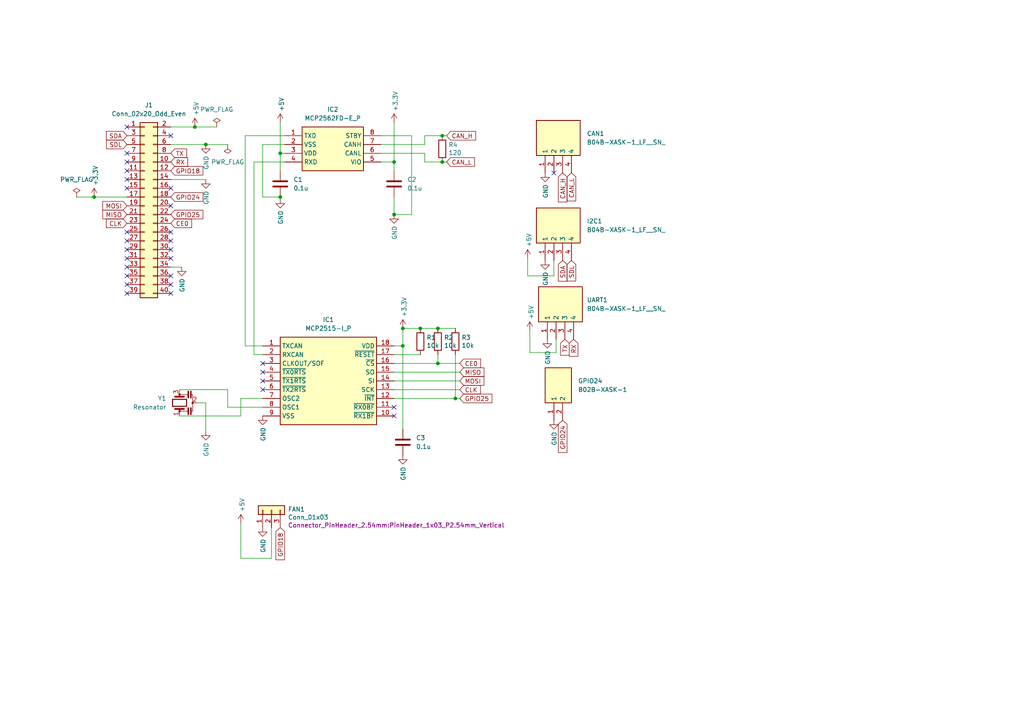
<source format=kicad_sch>
(kicad_sch (version 20230121) (generator eeschema)

  (uuid a454e8b2-1ea3-4826-a79f-b2a10317befe)

  (paper "A4")

  (lib_symbols
    (symbol "Connector_Generic:Conn_01x03" (pin_names (offset 1.016) hide) (in_bom yes) (on_board yes)
      (property "Reference" "J" (at 0 5.08 0)
        (effects (font (size 1.27 1.27)))
      )
      (property "Value" "Conn_01x03" (at 0 -5.08 0)
        (effects (font (size 1.27 1.27)))
      )
      (property "Footprint" "" (at 0 0 0)
        (effects (font (size 1.27 1.27)) hide)
      )
      (property "Datasheet" "~" (at 0 0 0)
        (effects (font (size 1.27 1.27)) hide)
      )
      (property "ki_keywords" "connector" (at 0 0 0)
        (effects (font (size 1.27 1.27)) hide)
      )
      (property "ki_description" "Generic connector, single row, 01x03, script generated (kicad-library-utils/schlib/autogen/connector/)" (at 0 0 0)
        (effects (font (size 1.27 1.27)) hide)
      )
      (property "ki_fp_filters" "Connector*:*_1x??_*" (at 0 0 0)
        (effects (font (size 1.27 1.27)) hide)
      )
      (symbol "Conn_01x03_1_1"
        (rectangle (start -1.27 -2.413) (end 0 -2.667)
          (stroke (width 0.1524) (type default))
          (fill (type none))
        )
        (rectangle (start -1.27 0.127) (end 0 -0.127)
          (stroke (width 0.1524) (type default))
          (fill (type none))
        )
        (rectangle (start -1.27 2.667) (end 0 2.413)
          (stroke (width 0.1524) (type default))
          (fill (type none))
        )
        (rectangle (start -1.27 3.81) (end 1.27 -3.81)
          (stroke (width 0.254) (type default))
          (fill (type background))
        )
        (pin passive line (at -5.08 2.54 0) (length 3.81)
          (name "Pin_1" (effects (font (size 1.27 1.27))))
          (number "1" (effects (font (size 1.27 1.27))))
        )
        (pin passive line (at -5.08 0 0) (length 3.81)
          (name "Pin_2" (effects (font (size 1.27 1.27))))
          (number "2" (effects (font (size 1.27 1.27))))
        )
        (pin passive line (at -5.08 -2.54 0) (length 3.81)
          (name "Pin_3" (effects (font (size 1.27 1.27))))
          (number "3" (effects (font (size 1.27 1.27))))
        )
      )
    )
    (symbol "Connector_Generic:Conn_02x20_Odd_Even" (pin_names (offset 1.016) hide) (in_bom yes) (on_board yes)
      (property "Reference" "J" (at 1.27 25.4 0)
        (effects (font (size 1.27 1.27)))
      )
      (property "Value" "Conn_02x20_Odd_Even" (at 1.27 -27.94 0)
        (effects (font (size 1.27 1.27)))
      )
      (property "Footprint" "" (at 0 0 0)
        (effects (font (size 1.27 1.27)) hide)
      )
      (property "Datasheet" "~" (at 0 0 0)
        (effects (font (size 1.27 1.27)) hide)
      )
      (property "ki_keywords" "connector" (at 0 0 0)
        (effects (font (size 1.27 1.27)) hide)
      )
      (property "ki_description" "Generic connector, double row, 02x20, odd/even pin numbering scheme (row 1 odd numbers, row 2 even numbers), script generated (kicad-library-utils/schlib/autogen/connector/)" (at 0 0 0)
        (effects (font (size 1.27 1.27)) hide)
      )
      (property "ki_fp_filters" "Connector*:*_2x??_*" (at 0 0 0)
        (effects (font (size 1.27 1.27)) hide)
      )
      (symbol "Conn_02x20_Odd_Even_1_1"
        (rectangle (start -1.27 -25.273) (end 0 -25.527)
          (stroke (width 0.1524) (type default))
          (fill (type none))
        )
        (rectangle (start -1.27 -22.733) (end 0 -22.987)
          (stroke (width 0.1524) (type default))
          (fill (type none))
        )
        (rectangle (start -1.27 -20.193) (end 0 -20.447)
          (stroke (width 0.1524) (type default))
          (fill (type none))
        )
        (rectangle (start -1.27 -17.653) (end 0 -17.907)
          (stroke (width 0.1524) (type default))
          (fill (type none))
        )
        (rectangle (start -1.27 -15.113) (end 0 -15.367)
          (stroke (width 0.1524) (type default))
          (fill (type none))
        )
        (rectangle (start -1.27 -12.573) (end 0 -12.827)
          (stroke (width 0.1524) (type default))
          (fill (type none))
        )
        (rectangle (start -1.27 -10.033) (end 0 -10.287)
          (stroke (width 0.1524) (type default))
          (fill (type none))
        )
        (rectangle (start -1.27 -7.493) (end 0 -7.747)
          (stroke (width 0.1524) (type default))
          (fill (type none))
        )
        (rectangle (start -1.27 -4.953) (end 0 -5.207)
          (stroke (width 0.1524) (type default))
          (fill (type none))
        )
        (rectangle (start -1.27 -2.413) (end 0 -2.667)
          (stroke (width 0.1524) (type default))
          (fill (type none))
        )
        (rectangle (start -1.27 0.127) (end 0 -0.127)
          (stroke (width 0.1524) (type default))
          (fill (type none))
        )
        (rectangle (start -1.27 2.667) (end 0 2.413)
          (stroke (width 0.1524) (type default))
          (fill (type none))
        )
        (rectangle (start -1.27 5.207) (end 0 4.953)
          (stroke (width 0.1524) (type default))
          (fill (type none))
        )
        (rectangle (start -1.27 7.747) (end 0 7.493)
          (stroke (width 0.1524) (type default))
          (fill (type none))
        )
        (rectangle (start -1.27 10.287) (end 0 10.033)
          (stroke (width 0.1524) (type default))
          (fill (type none))
        )
        (rectangle (start -1.27 12.827) (end 0 12.573)
          (stroke (width 0.1524) (type default))
          (fill (type none))
        )
        (rectangle (start -1.27 15.367) (end 0 15.113)
          (stroke (width 0.1524) (type default))
          (fill (type none))
        )
        (rectangle (start -1.27 17.907) (end 0 17.653)
          (stroke (width 0.1524) (type default))
          (fill (type none))
        )
        (rectangle (start -1.27 20.447) (end 0 20.193)
          (stroke (width 0.1524) (type default))
          (fill (type none))
        )
        (rectangle (start -1.27 22.987) (end 0 22.733)
          (stroke (width 0.1524) (type default))
          (fill (type none))
        )
        (rectangle (start -1.27 24.13) (end 3.81 -26.67)
          (stroke (width 0.254) (type default))
          (fill (type background))
        )
        (rectangle (start 3.81 -25.273) (end 2.54 -25.527)
          (stroke (width 0.1524) (type default))
          (fill (type none))
        )
        (rectangle (start 3.81 -22.733) (end 2.54 -22.987)
          (stroke (width 0.1524) (type default))
          (fill (type none))
        )
        (rectangle (start 3.81 -20.193) (end 2.54 -20.447)
          (stroke (width 0.1524) (type default))
          (fill (type none))
        )
        (rectangle (start 3.81 -17.653) (end 2.54 -17.907)
          (stroke (width 0.1524) (type default))
          (fill (type none))
        )
        (rectangle (start 3.81 -15.113) (end 2.54 -15.367)
          (stroke (width 0.1524) (type default))
          (fill (type none))
        )
        (rectangle (start 3.81 -12.573) (end 2.54 -12.827)
          (stroke (width 0.1524) (type default))
          (fill (type none))
        )
        (rectangle (start 3.81 -10.033) (end 2.54 -10.287)
          (stroke (width 0.1524) (type default))
          (fill (type none))
        )
        (rectangle (start 3.81 -7.493) (end 2.54 -7.747)
          (stroke (width 0.1524) (type default))
          (fill (type none))
        )
        (rectangle (start 3.81 -4.953) (end 2.54 -5.207)
          (stroke (width 0.1524) (type default))
          (fill (type none))
        )
        (rectangle (start 3.81 -2.413) (end 2.54 -2.667)
          (stroke (width 0.1524) (type default))
          (fill (type none))
        )
        (rectangle (start 3.81 0.127) (end 2.54 -0.127)
          (stroke (width 0.1524) (type default))
          (fill (type none))
        )
        (rectangle (start 3.81 2.667) (end 2.54 2.413)
          (stroke (width 0.1524) (type default))
          (fill (type none))
        )
        (rectangle (start 3.81 5.207) (end 2.54 4.953)
          (stroke (width 0.1524) (type default))
          (fill (type none))
        )
        (rectangle (start 3.81 7.747) (end 2.54 7.493)
          (stroke (width 0.1524) (type default))
          (fill (type none))
        )
        (rectangle (start 3.81 10.287) (end 2.54 10.033)
          (stroke (width 0.1524) (type default))
          (fill (type none))
        )
        (rectangle (start 3.81 12.827) (end 2.54 12.573)
          (stroke (width 0.1524) (type default))
          (fill (type none))
        )
        (rectangle (start 3.81 15.367) (end 2.54 15.113)
          (stroke (width 0.1524) (type default))
          (fill (type none))
        )
        (rectangle (start 3.81 17.907) (end 2.54 17.653)
          (stroke (width 0.1524) (type default))
          (fill (type none))
        )
        (rectangle (start 3.81 20.447) (end 2.54 20.193)
          (stroke (width 0.1524) (type default))
          (fill (type none))
        )
        (rectangle (start 3.81 22.987) (end 2.54 22.733)
          (stroke (width 0.1524) (type default))
          (fill (type none))
        )
        (pin passive line (at -5.08 22.86 0) (length 3.81)
          (name "Pin_1" (effects (font (size 1.27 1.27))))
          (number "1" (effects (font (size 1.27 1.27))))
        )
        (pin passive line (at 7.62 12.7 180) (length 3.81)
          (name "Pin_10" (effects (font (size 1.27 1.27))))
          (number "10" (effects (font (size 1.27 1.27))))
        )
        (pin passive line (at -5.08 10.16 0) (length 3.81)
          (name "Pin_11" (effects (font (size 1.27 1.27))))
          (number "11" (effects (font (size 1.27 1.27))))
        )
        (pin passive line (at 7.62 10.16 180) (length 3.81)
          (name "Pin_12" (effects (font (size 1.27 1.27))))
          (number "12" (effects (font (size 1.27 1.27))))
        )
        (pin passive line (at -5.08 7.62 0) (length 3.81)
          (name "Pin_13" (effects (font (size 1.27 1.27))))
          (number "13" (effects (font (size 1.27 1.27))))
        )
        (pin passive line (at 7.62 7.62 180) (length 3.81)
          (name "Pin_14" (effects (font (size 1.27 1.27))))
          (number "14" (effects (font (size 1.27 1.27))))
        )
        (pin passive line (at -5.08 5.08 0) (length 3.81)
          (name "Pin_15" (effects (font (size 1.27 1.27))))
          (number "15" (effects (font (size 1.27 1.27))))
        )
        (pin passive line (at 7.62 5.08 180) (length 3.81)
          (name "Pin_16" (effects (font (size 1.27 1.27))))
          (number "16" (effects (font (size 1.27 1.27))))
        )
        (pin passive line (at -5.08 2.54 0) (length 3.81)
          (name "Pin_17" (effects (font (size 1.27 1.27))))
          (number "17" (effects (font (size 1.27 1.27))))
        )
        (pin passive line (at 7.62 2.54 180) (length 3.81)
          (name "Pin_18" (effects (font (size 1.27 1.27))))
          (number "18" (effects (font (size 1.27 1.27))))
        )
        (pin passive line (at -5.08 0 0) (length 3.81)
          (name "Pin_19" (effects (font (size 1.27 1.27))))
          (number "19" (effects (font (size 1.27 1.27))))
        )
        (pin passive line (at 7.62 22.86 180) (length 3.81)
          (name "Pin_2" (effects (font (size 1.27 1.27))))
          (number "2" (effects (font (size 1.27 1.27))))
        )
        (pin passive line (at 7.62 0 180) (length 3.81)
          (name "Pin_20" (effects (font (size 1.27 1.27))))
          (number "20" (effects (font (size 1.27 1.27))))
        )
        (pin passive line (at -5.08 -2.54 0) (length 3.81)
          (name "Pin_21" (effects (font (size 1.27 1.27))))
          (number "21" (effects (font (size 1.27 1.27))))
        )
        (pin passive line (at 7.62 -2.54 180) (length 3.81)
          (name "Pin_22" (effects (font (size 1.27 1.27))))
          (number "22" (effects (font (size 1.27 1.27))))
        )
        (pin passive line (at -5.08 -5.08 0) (length 3.81)
          (name "Pin_23" (effects (font (size 1.27 1.27))))
          (number "23" (effects (font (size 1.27 1.27))))
        )
        (pin passive line (at 7.62 -5.08 180) (length 3.81)
          (name "Pin_24" (effects (font (size 1.27 1.27))))
          (number "24" (effects (font (size 1.27 1.27))))
        )
        (pin passive line (at -5.08 -7.62 0) (length 3.81)
          (name "Pin_25" (effects (font (size 1.27 1.27))))
          (number "25" (effects (font (size 1.27 1.27))))
        )
        (pin passive line (at 7.62 -7.62 180) (length 3.81)
          (name "Pin_26" (effects (font (size 1.27 1.27))))
          (number "26" (effects (font (size 1.27 1.27))))
        )
        (pin passive line (at -5.08 -10.16 0) (length 3.81)
          (name "Pin_27" (effects (font (size 1.27 1.27))))
          (number "27" (effects (font (size 1.27 1.27))))
        )
        (pin passive line (at 7.62 -10.16 180) (length 3.81)
          (name "Pin_28" (effects (font (size 1.27 1.27))))
          (number "28" (effects (font (size 1.27 1.27))))
        )
        (pin passive line (at -5.08 -12.7 0) (length 3.81)
          (name "Pin_29" (effects (font (size 1.27 1.27))))
          (number "29" (effects (font (size 1.27 1.27))))
        )
        (pin passive line (at -5.08 20.32 0) (length 3.81)
          (name "Pin_3" (effects (font (size 1.27 1.27))))
          (number "3" (effects (font (size 1.27 1.27))))
        )
        (pin passive line (at 7.62 -12.7 180) (length 3.81)
          (name "Pin_30" (effects (font (size 1.27 1.27))))
          (number "30" (effects (font (size 1.27 1.27))))
        )
        (pin passive line (at -5.08 -15.24 0) (length 3.81)
          (name "Pin_31" (effects (font (size 1.27 1.27))))
          (number "31" (effects (font (size 1.27 1.27))))
        )
        (pin passive line (at 7.62 -15.24 180) (length 3.81)
          (name "Pin_32" (effects (font (size 1.27 1.27))))
          (number "32" (effects (font (size 1.27 1.27))))
        )
        (pin passive line (at -5.08 -17.78 0) (length 3.81)
          (name "Pin_33" (effects (font (size 1.27 1.27))))
          (number "33" (effects (font (size 1.27 1.27))))
        )
        (pin passive line (at 7.62 -17.78 180) (length 3.81)
          (name "Pin_34" (effects (font (size 1.27 1.27))))
          (number "34" (effects (font (size 1.27 1.27))))
        )
        (pin passive line (at -5.08 -20.32 0) (length 3.81)
          (name "Pin_35" (effects (font (size 1.27 1.27))))
          (number "35" (effects (font (size 1.27 1.27))))
        )
        (pin passive line (at 7.62 -20.32 180) (length 3.81)
          (name "Pin_36" (effects (font (size 1.27 1.27))))
          (number "36" (effects (font (size 1.27 1.27))))
        )
        (pin passive line (at -5.08 -22.86 0) (length 3.81)
          (name "Pin_37" (effects (font (size 1.27 1.27))))
          (number "37" (effects (font (size 1.27 1.27))))
        )
        (pin passive line (at 7.62 -22.86 180) (length 3.81)
          (name "Pin_38" (effects (font (size 1.27 1.27))))
          (number "38" (effects (font (size 1.27 1.27))))
        )
        (pin passive line (at -5.08 -25.4 0) (length 3.81)
          (name "Pin_39" (effects (font (size 1.27 1.27))))
          (number "39" (effects (font (size 1.27 1.27))))
        )
        (pin passive line (at 7.62 20.32 180) (length 3.81)
          (name "Pin_4" (effects (font (size 1.27 1.27))))
          (number "4" (effects (font (size 1.27 1.27))))
        )
        (pin passive line (at 7.62 -25.4 180) (length 3.81)
          (name "Pin_40" (effects (font (size 1.27 1.27))))
          (number "40" (effects (font (size 1.27 1.27))))
        )
        (pin passive line (at -5.08 17.78 0) (length 3.81)
          (name "Pin_5" (effects (font (size 1.27 1.27))))
          (number "5" (effects (font (size 1.27 1.27))))
        )
        (pin passive line (at 7.62 17.78 180) (length 3.81)
          (name "Pin_6" (effects (font (size 1.27 1.27))))
          (number "6" (effects (font (size 1.27 1.27))))
        )
        (pin passive line (at -5.08 15.24 0) (length 3.81)
          (name "Pin_7" (effects (font (size 1.27 1.27))))
          (number "7" (effects (font (size 1.27 1.27))))
        )
        (pin passive line (at 7.62 15.24 180) (length 3.81)
          (name "Pin_8" (effects (font (size 1.27 1.27))))
          (number "8" (effects (font (size 1.27 1.27))))
        )
        (pin passive line (at -5.08 12.7 0) (length 3.81)
          (name "Pin_9" (effects (font (size 1.27 1.27))))
          (number "9" (effects (font (size 1.27 1.27))))
        )
      )
    )
    (symbol "Device:C" (pin_numbers hide) (pin_names (offset 0.254)) (in_bom yes) (on_board yes)
      (property "Reference" "C" (at 0.635 2.54 0)
        (effects (font (size 1.27 1.27)) (justify left))
      )
      (property "Value" "C" (at 0.635 -2.54 0)
        (effects (font (size 1.27 1.27)) (justify left))
      )
      (property "Footprint" "" (at 0.9652 -3.81 0)
        (effects (font (size 1.27 1.27)) hide)
      )
      (property "Datasheet" "~" (at 0 0 0)
        (effects (font (size 1.27 1.27)) hide)
      )
      (property "ki_keywords" "cap capacitor" (at 0 0 0)
        (effects (font (size 1.27 1.27)) hide)
      )
      (property "ki_description" "Unpolarized capacitor" (at 0 0 0)
        (effects (font (size 1.27 1.27)) hide)
      )
      (property "ki_fp_filters" "C_*" (at 0 0 0)
        (effects (font (size 1.27 1.27)) hide)
      )
      (symbol "C_0_1"
        (polyline
          (pts
            (xy -2.032 -0.762)
            (xy 2.032 -0.762)
          )
          (stroke (width 0.508) (type default))
          (fill (type none))
        )
        (polyline
          (pts
            (xy -2.032 0.762)
            (xy 2.032 0.762)
          )
          (stroke (width 0.508) (type default))
          (fill (type none))
        )
      )
      (symbol "C_1_1"
        (pin passive line (at 0 3.81 270) (length 2.794)
          (name "~" (effects (font (size 1.27 1.27))))
          (number "1" (effects (font (size 1.27 1.27))))
        )
        (pin passive line (at 0 -3.81 90) (length 2.794)
          (name "~" (effects (font (size 1.27 1.27))))
          (number "2" (effects (font (size 1.27 1.27))))
        )
      )
    )
    (symbol "Device:R" (pin_numbers hide) (pin_names (offset 0)) (in_bom yes) (on_board yes)
      (property "Reference" "R" (at 2.032 0 90)
        (effects (font (size 1.27 1.27)))
      )
      (property "Value" "R" (at 0 0 90)
        (effects (font (size 1.27 1.27)))
      )
      (property "Footprint" "" (at -1.778 0 90)
        (effects (font (size 1.27 1.27)) hide)
      )
      (property "Datasheet" "~" (at 0 0 0)
        (effects (font (size 1.27 1.27)) hide)
      )
      (property "ki_keywords" "R res resistor" (at 0 0 0)
        (effects (font (size 1.27 1.27)) hide)
      )
      (property "ki_description" "Resistor" (at 0 0 0)
        (effects (font (size 1.27 1.27)) hide)
      )
      (property "ki_fp_filters" "R_*" (at 0 0 0)
        (effects (font (size 1.27 1.27)) hide)
      )
      (symbol "R_0_1"
        (rectangle (start -1.016 -2.54) (end 1.016 2.54)
          (stroke (width 0.254) (type default))
          (fill (type none))
        )
      )
      (symbol "R_1_1"
        (pin passive line (at 0 3.81 270) (length 1.27)
          (name "~" (effects (font (size 1.27 1.27))))
          (number "1" (effects (font (size 1.27 1.27))))
        )
        (pin passive line (at 0 -3.81 90) (length 1.27)
          (name "~" (effects (font (size 1.27 1.27))))
          (number "2" (effects (font (size 1.27 1.27))))
        )
      )
    )
    (symbol "Device:Resonator" (pin_names (offset 1.016) hide) (in_bom yes) (on_board yes)
      (property "Reference" "Y" (at 0 5.715 0)
        (effects (font (size 1.27 1.27)))
      )
      (property "Value" "Resonator" (at 0 3.81 0)
        (effects (font (size 1.27 1.27)))
      )
      (property "Footprint" "" (at -0.635 0 0)
        (effects (font (size 1.27 1.27)) hide)
      )
      (property "Datasheet" "~" (at -0.635 0 0)
        (effects (font (size 1.27 1.27)) hide)
      )
      (property "ki_keywords" "ceramic resonator" (at 0 0 0)
        (effects (font (size 1.27 1.27)) hide)
      )
      (property "ki_description" "Three pin ceramic resonator" (at 0 0 0)
        (effects (font (size 1.27 1.27)) hide)
      )
      (property "ki_fp_filters" "Filter* Resonator*" (at 0 0 0)
        (effects (font (size 1.27 1.27)) hide)
      )
      (symbol "Resonator_0_1"
        (rectangle (start -3.429 -3.175) (end -1.397 -3.429)
          (stroke (width 0) (type default))
          (fill (type outline))
        )
        (rectangle (start -3.429 -2.413) (end -1.397 -2.667)
          (stroke (width 0) (type default))
          (fill (type outline))
        )
        (circle (center -2.413 0) (radius 0.254)
          (stroke (width 0) (type default))
          (fill (type outline))
        )
        (rectangle (start -1.016 2.032) (end 1.016 -2.032)
          (stroke (width 0.3048) (type default))
          (fill (type none))
        )
        (circle (center 0 -3.81) (radius 0.254)
          (stroke (width 0) (type default))
          (fill (type outline))
        )
        (polyline
          (pts
            (xy -2.413 -2.413)
            (xy -2.413 0)
          )
          (stroke (width 0) (type default))
          (fill (type none))
        )
        (polyline
          (pts
            (xy -1.905 0)
            (xy -3.175 0)
          )
          (stroke (width 0) (type default))
          (fill (type none))
        )
        (polyline
          (pts
            (xy -1.778 -1.27)
            (xy -1.778 1.27)
          )
          (stroke (width 0.508) (type default))
          (fill (type none))
        )
        (polyline
          (pts
            (xy 1.778 -1.27)
            (xy 1.778 1.27)
          )
          (stroke (width 0.508) (type default))
          (fill (type none))
        )
        (polyline
          (pts
            (xy 1.905 0)
            (xy 2.54 0)
          )
          (stroke (width 0) (type default))
          (fill (type none))
        )
        (polyline
          (pts
            (xy 2.413 0)
            (xy 2.413 -2.54)
          )
          (stroke (width 0) (type default))
          (fill (type none))
        )
        (polyline
          (pts
            (xy 2.413 -3.302)
            (xy 2.413 -3.81)
            (xy -2.413 -3.81)
            (xy -2.413 -3.302)
          )
          (stroke (width 0) (type default))
          (fill (type none))
        )
        (rectangle (start 1.397 -3.175) (end 3.429 -3.429)
          (stroke (width 0) (type default))
          (fill (type outline))
        )
        (rectangle (start 1.397 -2.413) (end 3.429 -2.667)
          (stroke (width 0) (type default))
          (fill (type outline))
        )
        (circle (center 2.413 0) (radius 0.254)
          (stroke (width 0) (type default))
          (fill (type outline))
        )
      )
      (symbol "Resonator_1_1"
        (pin passive line (at -3.81 0 0) (length 1.27)
          (name "1" (effects (font (size 1.27 1.27))))
          (number "1" (effects (font (size 1.27 1.27))))
        )
        (pin passive line (at 0 -5.08 90) (length 1.27)
          (name "2" (effects (font (size 1.27 1.27))))
          (number "2" (effects (font (size 1.27 1.27))))
        )
        (pin passive line (at 3.81 0 180) (length 1.27)
          (name "3" (effects (font (size 1.27 1.27))))
          (number "3" (effects (font (size 1.27 1.27))))
        )
      )
    )
    (symbol "my_library:B02B-XASK-1" (in_bom yes) (on_board yes)
      (property "Reference" "J" (at 16.51 7.62 0)
        (effects (font (size 1.27 1.27)) (justify left top))
      )
      (property "Value" "B02B-XASK-1" (at 16.51 5.08 0)
        (effects (font (size 1.27 1.27)) (justify left top))
      )
      (property "Footprint" "my_pretty:SHDR2W60P0X250_1X2_750X640X880P" (at 16.51 -94.92 0)
        (effects (font (size 1.27 1.27)) (justify left top) hide)
      )
      (property "Datasheet" "http://www.jst-mfg.com/product/pdf/eng/eXA1.pdf" (at 16.51 -194.92 0)
        (effects (font (size 1.27 1.27)) (justify left top) hide)
      )
      (property "Height" "8.8" (at 16.51 -394.92 0)
        (effects (font (size 1.27 1.27)) (justify left top) hide)
      )
      (property "RS Part Number" "" (at 16.51 -494.92 0)
        (effects (font (size 1.27 1.27)) (justify left top) hide)
      )
      (property "RS Price/Stock" "" (at 16.51 -594.92 0)
        (effects (font (size 1.27 1.27)) (justify left top) hide)
      )
      (property "Manufacturer_Name" "JST (JAPAN SOLDERLESS TERMINALS)" (at 16.51 -694.92 0)
        (effects (font (size 1.27 1.27)) (justify left top) hide)
      )
      (property "Manufacturer_Part_Number" "B02B-XASK-1" (at 16.51 -794.92 0)
        (effects (font (size 1.27 1.27)) (justify left top) hide)
      )
      (property "ki_description" "Connector Header Through Hole 02 position 0.098\" (2.50mm)" (at 0 0 0)
        (effects (font (size 1.27 1.27)) hide)
      )
      (symbol "B02B-XASK-1_1_1"
        (rectangle (start 5.08 2.54) (end 15.24 -5.08)
          (stroke (width 0.254) (type default))
          (fill (type background))
        )
        (pin passive line (at 0 0 0) (length 5.08)
          (name "1" (effects (font (size 1.27 1.27))))
          (number "1" (effects (font (size 1.27 1.27))))
        )
        (pin passive line (at 0 -2.54 0) (length 5.08)
          (name "2" (effects (font (size 1.27 1.27))))
          (number "2" (effects (font (size 1.27 1.27))))
        )
      )
    )
    (symbol "my_library:B04B-XASK-1_LF__SN_" (in_bom yes) (on_board yes)
      (property "Reference" "J" (at 16.51 7.62 0)
        (effects (font (size 1.27 1.27)) (justify left top))
      )
      (property "Value" "B04B-XASK-1_LF__SN_" (at 16.51 5.08 0)
        (effects (font (size 1.27 1.27)) (justify left top))
      )
      (property "Footprint" "my_pretty:SHDR4W60P0X250_1X4_1250X640X880P" (at 16.51 -94.92 0)
        (effects (font (size 1.27 1.27)) (justify left top) hide)
      )
      (property "Datasheet" "" (at 16.51 -194.92 0)
        (effects (font (size 1.27 1.27)) (justify left top) hide)
      )
      (property "Height" "8.8" (at 16.51 -394.92 0)
        (effects (font (size 1.27 1.27)) (justify left top) hide)
      )
      (property "RS Part Number" "" (at 16.51 -494.92 0)
        (effects (font (size 1.27 1.27)) (justify left top) hide)
      )
      (property "RS Price/Stock" "" (at 16.51 -594.92 0)
        (effects (font (size 1.27 1.27)) (justify left top) hide)
      )
      (property "Manufacturer_Name" "JST (JAPAN SOLDERLESS TERMINALS)" (at 16.51 -694.92 0)
        (effects (font (size 1.27 1.27)) (justify left top) hide)
      )
      (property "Manufacturer_Part_Number" "B04B-XASK-1(LF)(SN)" (at 16.51 -794.92 0)
        (effects (font (size 1.27 1.27)) (justify left top) hide)
      )
      (property "ki_description" "JST (JAPAN SOLDERLESS TERMINALS) - B04B-XASK-1(LF)(SN) - CONNECTOR, HEADER, THT, 2.5MM, 4WAY" (at 0 0 0)
        (effects (font (size 1.27 1.27)) hide)
      )
      (symbol "B04B-XASK-1_LF__SN__1_1"
        (rectangle (start 5.08 2.54) (end 15.24 -10.16)
          (stroke (width 0.254) (type default))
          (fill (type background))
        )
        (pin passive line (at 0 0 0) (length 5.08)
          (name "1" (effects (font (size 1.27 1.27))))
          (number "1" (effects (font (size 1.27 1.27))))
        )
        (pin passive line (at 0 -2.54 0) (length 5.08)
          (name "2" (effects (font (size 1.27 1.27))))
          (number "2" (effects (font (size 1.27 1.27))))
        )
        (pin passive line (at 0 -5.08 0) (length 5.08)
          (name "3" (effects (font (size 1.27 1.27))))
          (number "3" (effects (font (size 1.27 1.27))))
        )
        (pin passive line (at 0 -7.62 0) (length 5.08)
          (name "4" (effects (font (size 1.27 1.27))))
          (number "4" (effects (font (size 1.27 1.27))))
        )
      )
    )
    (symbol "my_library:MCP2515-I_P" (in_bom yes) (on_board yes)
      (property "Reference" "IC" (at 34.29 7.62 0)
        (effects (font (size 1.27 1.27)) (justify left top))
      )
      (property "Value" "MCP2515-I_P" (at 34.29 5.08 0)
        (effects (font (size 1.27 1.27)) (justify left top))
      )
      (property "Footprint" "my_pretty:DIP794W56P254L2286H533Q18N" (at 34.29 -94.92 0)
        (effects (font (size 1.27 1.27)) (justify left top) hide)
      )
      (property "Datasheet" "http://uk.rs-online.com/web/p/products/6283532" (at 34.29 -194.92 0)
        (effects (font (size 1.27 1.27)) (justify left top) hide)
      )
      (property "Height" "5.334" (at 34.29 -394.92 0)
        (effects (font (size 1.27 1.27)) (justify left top) hide)
      )
      (property "RS Part Number" "6283532" (at 34.29 -494.92 0)
        (effects (font (size 1.27 1.27)) (justify left top) hide)
      )
      (property "RS Price/Stock" "http://uk.rs-online.com/web/p/products/6283532" (at 34.29 -594.92 0)
        (effects (font (size 1.27 1.27)) (justify left top) hide)
      )
      (property "Manufacturer_Name" "Microchip" (at 34.29 -694.92 0)
        (effects (font (size 1.27 1.27)) (justify left top) hide)
      )
      (property "Manufacturer_Part_Number" "MCP2515-I/P" (at 34.29 -794.92 0)
        (effects (font (size 1.27 1.27)) (justify left top) hide)
      )
      (property "Allied_Number" "70045398" (at 34.29 -894.92 0)
        (effects (font (size 1.27 1.27)) (justify left top) hide)
      )
      (property "ki_description" "Stand-Alone CAN Controller" (at 0 0 0)
        (effects (font (size 1.27 1.27)) hide)
      )
      (symbol "MCP2515-I_P_1_1"
        (rectangle (start 5.08 2.54) (end 33.02 -22.86)
          (stroke (width 0.254) (type default))
          (fill (type background))
        )
        (pin passive line (at 0 0 0) (length 5.08)
          (name "TXCAN" (effects (font (size 1.27 1.27))))
          (number "1" (effects (font (size 1.27 1.27))))
        )
        (pin passive line (at 38.1 -20.32 180) (length 5.08)
          (name "~{RX1BF}" (effects (font (size 1.27 1.27))))
          (number "10" (effects (font (size 1.27 1.27))))
        )
        (pin passive line (at 38.1 -17.78 180) (length 5.08)
          (name "~{RX0BF}" (effects (font (size 1.27 1.27))))
          (number "11" (effects (font (size 1.27 1.27))))
        )
        (pin passive line (at 38.1 -15.24 180) (length 5.08)
          (name "~{INT}" (effects (font (size 1.27 1.27))))
          (number "12" (effects (font (size 1.27 1.27))))
        )
        (pin passive line (at 38.1 -12.7 180) (length 5.08)
          (name "SCK" (effects (font (size 1.27 1.27))))
          (number "13" (effects (font (size 1.27 1.27))))
        )
        (pin passive line (at 38.1 -10.16 180) (length 5.08)
          (name "SI" (effects (font (size 1.27 1.27))))
          (number "14" (effects (font (size 1.27 1.27))))
        )
        (pin passive line (at 38.1 -7.62 180) (length 5.08)
          (name "SO" (effects (font (size 1.27 1.27))))
          (number "15" (effects (font (size 1.27 1.27))))
        )
        (pin passive line (at 38.1 -5.08 180) (length 5.08)
          (name "~{CS}" (effects (font (size 1.27 1.27))))
          (number "16" (effects (font (size 1.27 1.27))))
        )
        (pin passive line (at 38.1 -2.54 180) (length 5.08)
          (name "~{RESET}" (effects (font (size 1.27 1.27))))
          (number "17" (effects (font (size 1.27 1.27))))
        )
        (pin passive line (at 38.1 0 180) (length 5.08)
          (name "VDD" (effects (font (size 1.27 1.27))))
          (number "18" (effects (font (size 1.27 1.27))))
        )
        (pin passive line (at 0 -2.54 0) (length 5.08)
          (name "RXCAN" (effects (font (size 1.27 1.27))))
          (number "2" (effects (font (size 1.27 1.27))))
        )
        (pin passive line (at 0 -5.08 0) (length 5.08)
          (name "CLKOUT/SOF" (effects (font (size 1.27 1.27))))
          (number "3" (effects (font (size 1.27 1.27))))
        )
        (pin passive line (at 0 -7.62 0) (length 5.08)
          (name "~{TX0RTS}" (effects (font (size 1.27 1.27))))
          (number "4" (effects (font (size 1.27 1.27))))
        )
        (pin passive line (at 0 -10.16 0) (length 5.08)
          (name "~{TX1RTS}" (effects (font (size 1.27 1.27))))
          (number "5" (effects (font (size 1.27 1.27))))
        )
        (pin passive line (at 0 -12.7 0) (length 5.08)
          (name "~{TX2RTS}" (effects (font (size 1.27 1.27))))
          (number "6" (effects (font (size 1.27 1.27))))
        )
        (pin passive line (at 0 -15.24 0) (length 5.08)
          (name "OSC2" (effects (font (size 1.27 1.27))))
          (number "7" (effects (font (size 1.27 1.27))))
        )
        (pin passive line (at 0 -17.78 0) (length 5.08)
          (name "OSC1" (effects (font (size 1.27 1.27))))
          (number "8" (effects (font (size 1.27 1.27))))
        )
        (pin passive line (at 0 -20.32 0) (length 5.08)
          (name "VSS" (effects (font (size 1.27 1.27))))
          (number "9" (effects (font (size 1.27 1.27))))
        )
      )
    )
    (symbol "my_library:MCP2562FD-E_P" (in_bom yes) (on_board yes)
      (property "Reference" "IC" (at 24.13 7.62 0)
        (effects (font (size 1.27 1.27)) (justify left top))
      )
      (property "Value" "MCP2562FD-E_P" (at 24.13 5.08 0)
        (effects (font (size 1.27 1.27)) (justify left top))
      )
      (property "Footprint" "my_pretty:DIP781W56P254L950H533Q8N" (at 24.13 -94.92 0)
        (effects (font (size 1.27 1.27)) (justify left top) hide)
      )
      (property "Datasheet" "http://uk.rs-online.com/web/p/products/8243129P" (at 24.13 -194.92 0)
        (effects (font (size 1.27 1.27)) (justify left top) hide)
      )
      (property "Height" "5.334" (at 24.13 -394.92 0)
        (effects (font (size 1.27 1.27)) (justify left top) hide)
      )
      (property "RS Part Number" "8243129P" (at 24.13 -494.92 0)
        (effects (font (size 1.27 1.27)) (justify left top) hide)
      )
      (property "RS Price/Stock" "http://uk.rs-online.com/web/p/products/8243129P" (at 24.13 -594.92 0)
        (effects (font (size 1.27 1.27)) (justify left top) hide)
      )
      (property "Manufacturer_Name" "Microchip" (at 24.13 -694.92 0)
        (effects (font (size 1.27 1.27)) (justify left top) hide)
      )
      (property "Manufacturer_Part_Number" "MCP2562FD-E/P" (at 24.13 -794.92 0)
        (effects (font (size 1.27 1.27)) (justify left top) hide)
      )
      (property "Allied_Number" "70431557" (at 24.13 -894.92 0)
        (effects (font (size 1.27 1.27)) (justify left top) hide)
      )
      (property "ki_description" "CAN Interface IC CAN Flexible Data Rate Transceiver" (at 0 0 0)
        (effects (font (size 1.27 1.27)) hide)
      )
      (symbol "MCP2562FD-E_P_1_1"
        (rectangle (start 5.08 2.54) (end 22.86 -10.16)
          (stroke (width 0.254) (type default))
          (fill (type background))
        )
        (pin passive line (at 0 0 0) (length 5.08)
          (name "TXD" (effects (font (size 1.27 1.27))))
          (number "1" (effects (font (size 1.27 1.27))))
        )
        (pin passive line (at 0 -2.54 0) (length 5.08)
          (name "VSS" (effects (font (size 1.27 1.27))))
          (number "2" (effects (font (size 1.27 1.27))))
        )
        (pin passive line (at 0 -5.08 0) (length 5.08)
          (name "VDD" (effects (font (size 1.27 1.27))))
          (number "3" (effects (font (size 1.27 1.27))))
        )
        (pin passive line (at 0 -7.62 0) (length 5.08)
          (name "RXD" (effects (font (size 1.27 1.27))))
          (number "4" (effects (font (size 1.27 1.27))))
        )
        (pin passive line (at 27.94 -7.62 180) (length 5.08)
          (name "VIO" (effects (font (size 1.27 1.27))))
          (number "5" (effects (font (size 1.27 1.27))))
        )
        (pin passive line (at 27.94 -5.08 180) (length 5.08)
          (name "CANL" (effects (font (size 1.27 1.27))))
          (number "6" (effects (font (size 1.27 1.27))))
        )
        (pin passive line (at 27.94 -2.54 180) (length 5.08)
          (name "CANH" (effects (font (size 1.27 1.27))))
          (number "7" (effects (font (size 1.27 1.27))))
        )
        (pin passive line (at 27.94 0 180) (length 5.08)
          (name "STBY" (effects (font (size 1.27 1.27))))
          (number "8" (effects (font (size 1.27 1.27))))
        )
      )
    )
    (symbol "power:+3.3V" (power) (pin_names (offset 0)) (in_bom yes) (on_board yes)
      (property "Reference" "#PWR" (at 0 -3.81 0)
        (effects (font (size 1.27 1.27)) hide)
      )
      (property "Value" "+3.3V" (at 0 3.556 0)
        (effects (font (size 1.27 1.27)))
      )
      (property "Footprint" "" (at 0 0 0)
        (effects (font (size 1.27 1.27)) hide)
      )
      (property "Datasheet" "" (at 0 0 0)
        (effects (font (size 1.27 1.27)) hide)
      )
      (property "ki_keywords" "global power" (at 0 0 0)
        (effects (font (size 1.27 1.27)) hide)
      )
      (property "ki_description" "Power symbol creates a global label with name \"+3.3V\"" (at 0 0 0)
        (effects (font (size 1.27 1.27)) hide)
      )
      (symbol "+3.3V_0_1"
        (polyline
          (pts
            (xy -0.762 1.27)
            (xy 0 2.54)
          )
          (stroke (width 0) (type default))
          (fill (type none))
        )
        (polyline
          (pts
            (xy 0 0)
            (xy 0 2.54)
          )
          (stroke (width 0) (type default))
          (fill (type none))
        )
        (polyline
          (pts
            (xy 0 2.54)
            (xy 0.762 1.27)
          )
          (stroke (width 0) (type default))
          (fill (type none))
        )
      )
      (symbol "+3.3V_1_1"
        (pin power_in line (at 0 0 90) (length 0) hide
          (name "+3.3V" (effects (font (size 1.27 1.27))))
          (number "1" (effects (font (size 1.27 1.27))))
        )
      )
    )
    (symbol "power:+5V" (power) (pin_names (offset 0)) (in_bom yes) (on_board yes)
      (property "Reference" "#PWR" (at 0 -3.81 0)
        (effects (font (size 1.27 1.27)) hide)
      )
      (property "Value" "+5V" (at 0 3.556 0)
        (effects (font (size 1.27 1.27)))
      )
      (property "Footprint" "" (at 0 0 0)
        (effects (font (size 1.27 1.27)) hide)
      )
      (property "Datasheet" "" (at 0 0 0)
        (effects (font (size 1.27 1.27)) hide)
      )
      (property "ki_keywords" "global power" (at 0 0 0)
        (effects (font (size 1.27 1.27)) hide)
      )
      (property "ki_description" "Power symbol creates a global label with name \"+5V\"" (at 0 0 0)
        (effects (font (size 1.27 1.27)) hide)
      )
      (symbol "+5V_0_1"
        (polyline
          (pts
            (xy -0.762 1.27)
            (xy 0 2.54)
          )
          (stroke (width 0) (type default))
          (fill (type none))
        )
        (polyline
          (pts
            (xy 0 0)
            (xy 0 2.54)
          )
          (stroke (width 0) (type default))
          (fill (type none))
        )
        (polyline
          (pts
            (xy 0 2.54)
            (xy 0.762 1.27)
          )
          (stroke (width 0) (type default))
          (fill (type none))
        )
      )
      (symbol "+5V_1_1"
        (pin power_in line (at 0 0 90) (length 0) hide
          (name "+5V" (effects (font (size 1.27 1.27))))
          (number "1" (effects (font (size 1.27 1.27))))
        )
      )
    )
    (symbol "power:GND" (power) (pin_names (offset 0)) (in_bom yes) (on_board yes)
      (property "Reference" "#PWR" (at 0 -6.35 0)
        (effects (font (size 1.27 1.27)) hide)
      )
      (property "Value" "GND" (at 0 -3.81 0)
        (effects (font (size 1.27 1.27)))
      )
      (property "Footprint" "" (at 0 0 0)
        (effects (font (size 1.27 1.27)) hide)
      )
      (property "Datasheet" "" (at 0 0 0)
        (effects (font (size 1.27 1.27)) hide)
      )
      (property "ki_keywords" "global power" (at 0 0 0)
        (effects (font (size 1.27 1.27)) hide)
      )
      (property "ki_description" "Power symbol creates a global label with name \"GND\" , ground" (at 0 0 0)
        (effects (font (size 1.27 1.27)) hide)
      )
      (symbol "GND_0_1"
        (polyline
          (pts
            (xy 0 0)
            (xy 0 -1.27)
            (xy 1.27 -1.27)
            (xy 0 -2.54)
            (xy -1.27 -1.27)
            (xy 0 -1.27)
          )
          (stroke (width 0) (type default))
          (fill (type none))
        )
      )
      (symbol "GND_1_1"
        (pin power_in line (at 0 0 270) (length 0) hide
          (name "GND" (effects (font (size 1.27 1.27))))
          (number "1" (effects (font (size 1.27 1.27))))
        )
      )
    )
    (symbol "power:PWR_FLAG" (power) (pin_numbers hide) (pin_names (offset 0) hide) (in_bom yes) (on_board yes)
      (property "Reference" "#FLG" (at 0 1.905 0)
        (effects (font (size 1.27 1.27)) hide)
      )
      (property "Value" "PWR_FLAG" (at 0 3.81 0)
        (effects (font (size 1.27 1.27)))
      )
      (property "Footprint" "" (at 0 0 0)
        (effects (font (size 1.27 1.27)) hide)
      )
      (property "Datasheet" "~" (at 0 0 0)
        (effects (font (size 1.27 1.27)) hide)
      )
      (property "ki_keywords" "flag power" (at 0 0 0)
        (effects (font (size 1.27 1.27)) hide)
      )
      (property "ki_description" "Special symbol for telling ERC where power comes from" (at 0 0 0)
        (effects (font (size 1.27 1.27)) hide)
      )
      (symbol "PWR_FLAG_0_0"
        (pin power_out line (at 0 0 90) (length 0)
          (name "pwr" (effects (font (size 1.27 1.27))))
          (number "1" (effects (font (size 1.27 1.27))))
        )
      )
      (symbol "PWR_FLAG_0_1"
        (polyline
          (pts
            (xy 0 0)
            (xy 0 1.27)
            (xy -1.016 1.905)
            (xy 0 2.54)
            (xy 1.016 1.905)
            (xy 0 1.27)
          )
          (stroke (width 0) (type default))
          (fill (type none))
        )
      )
    )
  )

  (junction (at 114.3 46.99) (diameter 0) (color 0 0 0 0)
    (uuid 151afb81-1336-4a30-a4ae-584083cb2362)
  )
  (junction (at 56.515 36.83) (diameter 0) (color 0 0 0 0)
    (uuid 248eb14a-fca7-4f8b-aa17-afb3eebf1842)
  )
  (junction (at 128.27 39.37) (diameter 0) (color 0 0 0 0)
    (uuid 7898c1a2-3c3d-4cd7-a413-dbc7ab41f019)
  )
  (junction (at 127 95.25) (diameter 0) (color 0 0 0 0)
    (uuid 888e8551-3203-4059-9abd-2faa5c847213)
  )
  (junction (at 128.27 46.99) (diameter 0) (color 0 0 0 0)
    (uuid 8bdd39b0-7a74-4aa7-9a61-117170debd8e)
  )
  (junction (at 132.08 115.57) (diameter 0) (color 0 0 0 0)
    (uuid 9459baaf-772f-40e2-a623-8f12864589ea)
  )
  (junction (at 127 105.41) (diameter 0) (color 0 0 0 0)
    (uuid a45d49f3-17ef-41f9-99de-fa9119a38b55)
  )
  (junction (at 27.305 57.15) (diameter 0) (color 0 0 0 0)
    (uuid a541a5bf-5733-4295-bdfa-412f71c90afe)
  )
  (junction (at 81.28 44.45) (diameter 0) (color 0 0 0 0)
    (uuid a75f74a0-d1c5-4799-b28c-a0fc1ffecc81)
  )
  (junction (at 116.84 100.33) (diameter 0) (color 0 0 0 0)
    (uuid ac332097-a65d-4c8b-a798-6ed523b2c643)
  )
  (junction (at 81.28 57.15) (diameter 0) (color 0 0 0 0)
    (uuid c4ec2859-1cfc-476b-9d07-3c93553b3d0e)
  )
  (junction (at 114.3 62.23) (diameter 0) (color 0 0 0 0)
    (uuid d8546b45-a23f-49eb-b9ff-6dbb682e547b)
  )
  (junction (at 121.92 95.25) (diameter 0) (color 0 0 0 0)
    (uuid dee80347-4405-4299-a870-2081e0a98595)
  )
  (junction (at 116.84 95.25) (diameter 0) (color 0 0 0 0)
    (uuid e3b52955-cac8-4fbf-b55e-0eb00e6cc79b)
  )
  (junction (at 59.69 41.91) (diameter 0) (color 0 0 0 0)
    (uuid efaf22a7-0f86-436b-9055-e22b11b0c81d)
  )

  (no_connect (at 36.83 46.99) (uuid 1358ea37-23b9-4742-8a20-96b35ad477e8))
  (no_connect (at 160.655 50.165) (uuid 2341bf9e-3b09-4fcc-8a99-5780fb0c2d93))
  (no_connect (at 49.53 72.39) (uuid 240ae6c2-b945-4c31-8311-84a9307aae37))
  (no_connect (at 114.3 118.11) (uuid 24ef9edf-e52a-41d3-8aab-2b4cab5bc9d8))
  (no_connect (at 76.2 107.95) (uuid 27634fcd-ba56-4f4d-b1a3-d6981de1c766))
  (no_connect (at 114.3 120.65) (uuid 31a54d29-b4ec-430b-8aa7-959ff3865aa6))
  (no_connect (at 36.83 85.09) (uuid 377d7ef0-948c-4047-89e5-c616e640290e))
  (no_connect (at 36.83 77.47) (uuid 45ba9e72-d9f6-466e-89e0-5dd8e202b686))
  (no_connect (at 76.2 113.03) (uuid 4c66d7c5-c2b5-475c-9ceb-4d2ecc30a597))
  (no_connect (at 49.53 39.37) (uuid 55a7e582-5796-4fd7-94cc-df79f9a7e966))
  (no_connect (at 49.53 80.01) (uuid 56c659a4-4a15-4db6-9201-e14c8fe214ed))
  (no_connect (at 49.53 82.55) (uuid 5e1a3d01-c547-4a67-9641-2dba32f0e455))
  (no_connect (at 36.83 74.93) (uuid 6829a877-17e9-44f6-b4c2-530b96ee0c74))
  (no_connect (at 36.83 80.01) (uuid 77b705a6-84fe-4607-8738-601135746653))
  (no_connect (at 36.83 36.83) (uuid 84fc5826-8959-4b95-b489-1ec4eb1354f0))
  (no_connect (at 49.53 59.69) (uuid 9a585143-ee39-4ab4-9d28-2673c92667e1))
  (no_connect (at 36.83 49.53) (uuid 9a641a09-04b1-4c40-a5b2-a3e332045a8b))
  (no_connect (at 76.2 105.41) (uuid a01dd3e3-d041-4eee-b457-65bddd7fa9a6))
  (no_connect (at 49.53 67.31) (uuid a5ed918e-2f69-4aa1-b25e-0b309fc8ff7e))
  (no_connect (at 49.53 54.61) (uuid b0d584fc-74df-42b4-b2cd-77aafafc1dfe))
  (no_connect (at 36.83 69.85) (uuid b34b2a0b-069e-432b-9955-45af5855ff1c))
  (no_connect (at 36.83 72.39) (uuid bcbf1eda-79df-4f46-895e-412b554dab1e))
  (no_connect (at 49.53 74.93) (uuid beb1315c-d99f-4900-aa0f-ae27be677479))
  (no_connect (at 36.83 67.31) (uuid c04f5eb2-50a8-4e70-8ac7-f849baeb95df))
  (no_connect (at 36.83 82.55) (uuid c0ce4ec1-6932-4e1a-ac63-2494923b0a46))
  (no_connect (at 49.53 85.09) (uuid d697d894-695f-4078-8a04-f56639154624))
  (no_connect (at 36.83 54.61) (uuid e13e44aa-4988-49e9-8bd0-69ff6805f319))
  (no_connect (at 49.53 69.85) (uuid e8072fbb-596e-4828-be8c-46cc01bebbfa))
  (no_connect (at 36.83 52.07) (uuid f63db5e4-4da3-4e06-b951-5d071247c666))
  (no_connect (at 76.2 110.49) (uuid fdabe569-3003-4785-a4af-370aa8fdeb45))
  (no_connect (at 36.83 44.45) (uuid fe11fa20-dca5-4ead-87f3-561bc09ad8b0))

  (wire (pts (xy 57.15 116.84) (xy 59.69 116.84))
    (stroke (width 0) (type default))
    (uuid 014e1e9e-4856-4d91-8d5d-172e49857188)
  )
  (wire (pts (xy 123.19 39.37) (xy 128.27 39.37))
    (stroke (width 0) (type default))
    (uuid 0192e5d5-808a-466c-a6de-0f8b5e9123e8)
  )
  (wire (pts (xy 81.28 35.56) (xy 81.28 44.45))
    (stroke (width 0) (type default))
    (uuid 08004fc6-c6b5-4560-9113-b2d13971afef)
  )
  (wire (pts (xy 114.3 115.57) (xy 132.08 115.57))
    (stroke (width 0) (type default))
    (uuid 0e40f2ea-25e3-43ec-bcb0-1e48146008c5)
  )
  (wire (pts (xy 132.08 102.87) (xy 132.08 115.57))
    (stroke (width 0) (type default))
    (uuid 0f640730-3f89-4e99-8d2d-c6bce74150c4)
  )
  (wire (pts (xy 71.12 100.33) (xy 76.2 100.33))
    (stroke (width 0) (type default))
    (uuid 121b8e99-2e12-4146-9adc-4506b1e9b83d)
  )
  (wire (pts (xy 76.2 102.87) (xy 73.66 102.87))
    (stroke (width 0) (type default))
    (uuid 1b713d75-e272-4e40-bb14-220d5037148b)
  )
  (wire (pts (xy 114.3 105.41) (xy 127 105.41))
    (stroke (width 0) (type default))
    (uuid 1f8014ac-512d-4255-906c-760de7f236f5)
  )
  (wire (pts (xy 114.3 35.56) (xy 114.3 46.99))
    (stroke (width 0) (type default))
    (uuid 202ba38e-641b-496f-892d-b43b16a2c877)
  )
  (wire (pts (xy 110.49 39.37) (xy 119.38 39.37))
    (stroke (width 0) (type default))
    (uuid 2754f561-d03d-4a01-96b0-a22548981f34)
  )
  (wire (pts (xy 71.12 39.37) (xy 82.55 39.37))
    (stroke (width 0) (type default))
    (uuid 2c737810-9646-4468-be74-e50d4d834435)
  )
  (wire (pts (xy 56.515 36.83) (xy 62.865 36.83))
    (stroke (width 0) (type default))
    (uuid 2dd42e5f-a44e-452c-a76b-fb14a2e2cb7d)
  )
  (wire (pts (xy 114.3 102.87) (xy 121.92 102.87))
    (stroke (width 0) (type default))
    (uuid 2e513434-cad0-4e18-8d6d-838cb830b5c7)
  )
  (wire (pts (xy 114.3 46.99) (xy 110.49 46.99))
    (stroke (width 0) (type default))
    (uuid 2eaa0bdf-f69a-40b4-b523-8f270f7cc771)
  )
  (wire (pts (xy 22.225 57.15) (xy 27.305 57.15))
    (stroke (width 0) (type default))
    (uuid 313fcb6f-a284-4374-bbf3-f81aa48a8631)
  )
  (wire (pts (xy 161.29 102.235) (xy 161.29 98.425))
    (stroke (width 0) (type default))
    (uuid 339aeac3-c790-44c2-b325-b2c57cf49a00)
  )
  (wire (pts (xy 81.28 57.15) (xy 81.28 57.785))
    (stroke (width 0) (type default))
    (uuid 34fae8f7-11fa-487e-81be-af7810d1672a)
  )
  (wire (pts (xy 69.85 115.57) (xy 69.85 120.65))
    (stroke (width 0) (type default))
    (uuid 38b7b39d-cd8e-49c6-b099-916c9c8c976f)
  )
  (wire (pts (xy 69.85 151.765) (xy 69.85 161.925))
    (stroke (width 0) (type default))
    (uuid 3a5263d7-b676-4da7-af32-e0f7419e172f)
  )
  (wire (pts (xy 123.19 44.45) (xy 123.19 46.99))
    (stroke (width 0) (type default))
    (uuid 3b10df07-69d8-4679-b52c-00d3e3c8437a)
  )
  (wire (pts (xy 66.04 118.11) (xy 76.2 118.11))
    (stroke (width 0) (type default))
    (uuid 3e4ad523-2951-4bc0-b1fe-e52ebba80421)
  )
  (wire (pts (xy 52.07 120.65) (xy 69.85 120.65))
    (stroke (width 0) (type default))
    (uuid 3f6f1417-136a-41b0-a356-dc2f96c32af1)
  )
  (wire (pts (xy 116.84 100.33) (xy 116.84 124.46))
    (stroke (width 0) (type default))
    (uuid 3f7f6bb5-2096-44bc-bb57-3f1c2e89796d)
  )
  (wire (pts (xy 69.85 115.57) (xy 76.2 115.57))
    (stroke (width 0) (type default))
    (uuid 44d00a09-7c53-47e0-904c-90988af68aef)
  )
  (wire (pts (xy 116.84 95.25) (xy 121.92 95.25))
    (stroke (width 0) (type default))
    (uuid 4d268d98-09ea-4b77-b361-6461d26be93d)
  )
  (wire (pts (xy 59.69 41.91) (xy 66.04 41.91))
    (stroke (width 0) (type default))
    (uuid 5088036a-bbcc-4632-96db-6808f10f9cf7)
  )
  (wire (pts (xy 123.19 46.99) (xy 128.27 46.99))
    (stroke (width 0) (type default))
    (uuid 52077b00-3f2d-454a-a3a9-b336305091f2)
  )
  (wire (pts (xy 133.35 107.95) (xy 114.3 107.95))
    (stroke (width 0) (type default))
    (uuid 57b15d35-a487-4355-a645-2fb6d4731455)
  )
  (wire (pts (xy 114.3 110.49) (xy 133.35 110.49))
    (stroke (width 0) (type default))
    (uuid 5952d69d-e39a-4f99-9950-3a62812d2471)
  )
  (wire (pts (xy 81.28 57.15) (xy 76.2 57.15))
    (stroke (width 0) (type default))
    (uuid 5a07f0a4-0fb2-47b9-804d-3ddbae789009)
  )
  (wire (pts (xy 114.3 49.53) (xy 114.3 46.99))
    (stroke (width 0) (type default))
    (uuid 655fc51a-9d3b-48d6-bd5e-d5dfe5eb1a66)
  )
  (wire (pts (xy 82.55 44.45) (xy 81.28 44.45))
    (stroke (width 0) (type default))
    (uuid 65cc43b7-a35c-4991-aad8-3c3f18f11c0e)
  )
  (wire (pts (xy 59.69 116.84) (xy 59.69 125.095))
    (stroke (width 0) (type default))
    (uuid 6a978db0-631d-4b71-bb87-5b93e2ed56f9)
  )
  (wire (pts (xy 132.08 115.57) (xy 133.35 115.57))
    (stroke (width 0) (type default))
    (uuid 71ef437c-6a9f-4cb2-b51d-fb4facff0ca6)
  )
  (wire (pts (xy 153.67 102.235) (xy 161.29 102.235))
    (stroke (width 0) (type default))
    (uuid 73ba5d58-bc06-4749-873a-3c7fb56a5f73)
  )
  (wire (pts (xy 69.85 161.925) (xy 78.74 161.925))
    (stroke (width 0) (type default))
    (uuid 76b3963c-45aa-44dd-ad21-249ce060c2f4)
  )
  (wire (pts (xy 27.305 57.15) (xy 36.83 57.15))
    (stroke (width 0) (type default))
    (uuid 7af0324e-62cf-49d1-bb35-4c26504e3d62)
  )
  (wire (pts (xy 73.66 46.99) (xy 82.55 46.99))
    (stroke (width 0) (type default))
    (uuid 805008bf-6eac-47da-bea0-b1a5df8e3b31)
  )
  (wire (pts (xy 73.66 46.99) (xy 73.66 102.87))
    (stroke (width 0) (type default))
    (uuid 83623cbe-d557-47ff-bc18-7395a63244ad)
  )
  (wire (pts (xy 153.035 80.01) (xy 160.655 80.01))
    (stroke (width 0) (type default))
    (uuid 83ad0f05-b082-479e-9218-9aead53e75fc)
  )
  (wire (pts (xy 114.3 113.03) (xy 133.35 113.03))
    (stroke (width 0) (type default))
    (uuid 84330f7a-b54b-4c0d-8ff8-ac8c1b8e15c4)
  )
  (wire (pts (xy 71.12 39.37) (xy 71.12 100.33))
    (stroke (width 0) (type default))
    (uuid 889cec02-8038-4766-aab3-d7f6db811b13)
  )
  (wire (pts (xy 66.04 113.03) (xy 66.04 118.11))
    (stroke (width 0) (type default))
    (uuid 8a9ce095-5290-4598-9128-1eb0cdb27501)
  )
  (wire (pts (xy 129.54 46.99) (xy 128.27 46.99))
    (stroke (width 0) (type default))
    (uuid 8b1568bd-57b5-4dbf-9f10-914a858ee88c)
  )
  (wire (pts (xy 78.74 153.035) (xy 78.74 161.925))
    (stroke (width 0) (type default))
    (uuid 90327807-d359-4899-ac43-aeda43c77285)
  )
  (wire (pts (xy 153.035 74.93) (xy 153.035 80.01))
    (stroke (width 0) (type default))
    (uuid 916ceacd-c010-4b52-98cc-f3c6fb9728ba)
  )
  (wire (pts (xy 123.19 41.91) (xy 123.19 39.37))
    (stroke (width 0) (type default))
    (uuid 99cfbb7c-0511-4ca9-84e8-be75b125a401)
  )
  (wire (pts (xy 127 95.25) (xy 132.08 95.25))
    (stroke (width 0) (type default))
    (uuid 9c7f0eb0-0a07-44c2-8995-a71ab5445c9e)
  )
  (wire (pts (xy 116.84 100.33) (xy 116.84 95.25))
    (stroke (width 0) (type default))
    (uuid a13faaa0-97c2-4975-8ba3-0cb6898b38c0)
  )
  (wire (pts (xy 119.38 62.23) (xy 114.3 62.23))
    (stroke (width 0) (type default))
    (uuid a9c76feb-55fc-4dc8-8d95-f379921970b2)
  )
  (wire (pts (xy 81.28 44.45) (xy 81.28 49.53))
    (stroke (width 0) (type default))
    (uuid ac18bb5c-fb16-415c-b076-a1f1d3b3f221)
  )
  (wire (pts (xy 76.2 57.15) (xy 76.2 41.91))
    (stroke (width 0) (type default))
    (uuid b0e36a66-e295-4b8b-9678-93972d0026c2)
  )
  (wire (pts (xy 119.38 39.37) (xy 119.38 62.23))
    (stroke (width 0) (type default))
    (uuid b31dab2e-adde-4929-8eb2-79c314a30927)
  )
  (wire (pts (xy 114.3 57.15) (xy 114.3 62.23))
    (stroke (width 0) (type default))
    (uuid b513ad9c-2552-4e2a-ad33-4571bc2d2683)
  )
  (wire (pts (xy 110.49 44.45) (xy 123.19 44.45))
    (stroke (width 0) (type default))
    (uuid b7f49e3a-b051-40b5-be3f-ef9319c83acb)
  )
  (wire (pts (xy 114.3 100.33) (xy 116.84 100.33))
    (stroke (width 0) (type default))
    (uuid b93275e3-1e9e-477c-90eb-2ac13f381078)
  )
  (wire (pts (xy 110.49 41.91) (xy 123.19 41.91))
    (stroke (width 0) (type default))
    (uuid bd17afd0-2e7b-4826-924e-180356c2c19d)
  )
  (wire (pts (xy 121.92 95.25) (xy 127 95.25))
    (stroke (width 0) (type default))
    (uuid c080ae4a-b2e4-4714-8971-a5a9343d3203)
  )
  (wire (pts (xy 76.2 41.91) (xy 82.55 41.91))
    (stroke (width 0) (type default))
    (uuid c29f3231-fdff-4caf-a861-5828d907b569)
  )
  (wire (pts (xy 49.53 36.83) (xy 56.515 36.83))
    (stroke (width 0) (type default))
    (uuid c59bcdd0-a9d4-4e48-8417-66158be8f270)
  )
  (wire (pts (xy 127 102.87) (xy 127 105.41))
    (stroke (width 0) (type default))
    (uuid cbf2526f-832c-440c-8648-ca5f5d067fd6)
  )
  (wire (pts (xy 52.07 113.03) (xy 66.04 113.03))
    (stroke (width 0) (type default))
    (uuid d4a81cc7-6545-4c4c-a975-72e3ae837aa3)
  )
  (wire (pts (xy 160.655 80.01) (xy 160.655 75.565))
    (stroke (width 0) (type default))
    (uuid d61d057b-fb76-43ab-be85-0670fbdc5172)
  )
  (wire (pts (xy 49.53 41.91) (xy 59.69 41.91))
    (stroke (width 0) (type default))
    (uuid d6d51947-698c-4153-8a44-0b2e53ab37b6)
  )
  (wire (pts (xy 129.54 39.37) (xy 128.27 39.37))
    (stroke (width 0) (type default))
    (uuid db416379-2174-495e-b871-68b0b4250b23)
  )
  (wire (pts (xy 49.53 77.47) (xy 52.705 77.47))
    (stroke (width 0) (type default))
    (uuid e5df612a-5a94-4a1b-b9b7-56c4fee67872)
  )
  (wire (pts (xy 127 105.41) (xy 133.35 105.41))
    (stroke (width 0) (type default))
    (uuid eb54ce37-568c-49f7-8285-db19c02d5b75)
  )
  (wire (pts (xy 153.67 95.885) (xy 153.67 102.235))
    (stroke (width 0) (type default))
    (uuid f288c6c4-f0f3-4220-ad13-9099a67e6256)
  )
  (wire (pts (xy 49.53 52.07) (xy 59.69 52.07))
    (stroke (width 0) (type default))
    (uuid fc523e69-6487-4540-a875-c40728da0c7d)
  )

  (global_label "GPIO25" (shape input) (at 133.35 115.57 0)
    (effects (font (size 1.27 1.27)) (justify left))
    (uuid 0ab83a5f-33da-49bf-93da-ef4f6c203279)
    (property "Intersheetrefs" "${INTERSHEET_REFS}" (at 133.35 115.57 0)
      (effects (font (size 1.27 1.27)) hide)
    )
  )
  (global_label "MISO" (shape input) (at 36.83 62.23 180)
    (effects (font (size 1.27 1.27)) (justify right))
    (uuid 0b39117f-9bee-4e67-b5e6-be26d80a5a9f)
    (property "Intersheetrefs" "${INTERSHEET_REFS}" (at 36.83 62.23 0)
      (effects (font (size 1.27 1.27)) hide)
    )
  )
  (global_label "CAN_H" (shape input) (at 129.54 39.37 0)
    (effects (font (size 1.27 1.27)) (justify left))
    (uuid 12df5870-f9f7-4093-aa66-5d7928133994)
    (property "Intersheetrefs" "${INTERSHEET_REFS}" (at 129.54 39.37 0)
      (effects (font (size 1.27 1.27)) hide)
    )
  )
  (global_label "GPIO25" (shape input) (at 49.53 62.23 0)
    (effects (font (size 1.27 1.27)) (justify left))
    (uuid 263ced03-7ad9-4c7d-9e90-a7934862ed5e)
    (property "Intersheetrefs" "${INTERSHEET_REFS}" (at 49.53 62.23 0)
      (effects (font (size 1.27 1.27)) hide)
    )
  )
  (global_label "GPIO18" (shape input) (at 49.53 49.53 0)
    (effects (font (size 1.27 1.27)) (justify left))
    (uuid 27a9e44c-a0f2-4b97-aeff-21e4e93d6bc7)
    (property "Intersheetrefs" "${INTERSHEET_REFS}" (at 49.53 49.53 0)
      (effects (font (size 1.27 1.27)) hide)
    )
  )
  (global_label "MOSI" (shape input) (at 133.35 110.49 0)
    (effects (font (size 1.27 1.27)) (justify left))
    (uuid 2f341a4a-4904-4ee4-8f93-065b26f853d8)
    (property "Intersheetrefs" "${INTERSHEET_REFS}" (at 133.35 110.49 0)
      (effects (font (size 1.27 1.27)) hide)
    )
  )
  (global_label "RX" (shape input) (at 49.53 46.99 0)
    (effects (font (size 1.27 1.27)) (justify left))
    (uuid 2fd2d860-ea80-49d6-b80b-77685b6528c3)
    (property "Intersheetrefs" "${INTERSHEET_REFS}" (at 49.53 46.99 0)
      (effects (font (size 1.27 1.27)) hide)
    )
  )
  (global_label "CE0" (shape input) (at 133.35 105.41 0)
    (effects (font (size 1.27 1.27)) (justify left))
    (uuid 4e0d39ec-f833-4acb-ae86-5bd073d2fbf8)
    (property "Intersheetrefs" "${INTERSHEET_REFS}" (at 133.35 105.41 0)
      (effects (font (size 1.27 1.27)) hide)
    )
  )
  (global_label "CAN_L" (shape input) (at 165.735 50.165 270)
    (effects (font (size 1.27 1.27)) (justify right))
    (uuid 53a4d1ae-fff5-4638-b21a-b63f75a48051)
    (property "Intersheetrefs" "${INTERSHEET_REFS}" (at 165.735 50.165 0)
      (effects (font (size 1.27 1.27)) hide)
    )
  )
  (global_label "MOSI" (shape input) (at 36.83 59.69 180)
    (effects (font (size 1.27 1.27)) (justify right))
    (uuid 75adba8c-e677-43ab-b2ce-3b64a252aeee)
    (property "Intersheetrefs" "${INTERSHEET_REFS}" (at 36.83 59.69 0)
      (effects (font (size 1.27 1.27)) hide)
    )
  )
  (global_label "RX" (shape input) (at 166.37 98.425 270)
    (effects (font (size 1.27 1.27)) (justify right))
    (uuid 76c111b4-e193-45a6-b9e0-c17f719e3909)
    (property "Intersheetrefs" "${INTERSHEET_REFS}" (at 166.37 98.425 0)
      (effects (font (size 1.27 1.27)) hide)
    )
  )
  (global_label "TX" (shape input) (at 163.83 98.425 270)
    (effects (font (size 1.27 1.27)) (justify right))
    (uuid 7ab81f8f-e3f1-4c82-9574-05514505bad1)
    (property "Intersheetrefs" "${INTERSHEET_REFS}" (at 163.83 98.425 0)
      (effects (font (size 1.27 1.27)) hide)
    )
  )
  (global_label "CE0" (shape input) (at 49.53 64.77 0)
    (effects (font (size 1.27 1.27)) (justify left))
    (uuid 7b3365a7-50b8-4ea3-b4df-52ec3ba0bceb)
    (property "Intersheetrefs" "${INTERSHEET_REFS}" (at 49.53 64.77 0)
      (effects (font (size 1.27 1.27)) hide)
    )
  )
  (global_label "SDA" (shape input) (at 163.195 75.565 270)
    (effects (font (size 1.27 1.27)) (justify right))
    (uuid 855a4999-b46a-4212-928b-748d65d1a7c1)
    (property "Intersheetrefs" "${INTERSHEET_REFS}" (at 163.195 75.565 0)
      (effects (font (size 1.27 1.27)) hide)
    )
  )
  (global_label "MISO" (shape input) (at 133.35 107.95 0)
    (effects (font (size 1.27 1.27)) (justify left))
    (uuid 88ca1fd5-efd7-4814-bd8d-ca049ac1626b)
    (property "Intersheetrefs" "${INTERSHEET_REFS}" (at 133.35 107.95 0)
      (effects (font (size 1.27 1.27)) hide)
    )
  )
  (global_label "CAN_H" (shape input) (at 163.195 50.165 270)
    (effects (font (size 1.27 1.27)) (justify right))
    (uuid 8a360a61-e4a0-4ae5-a145-214379a58d13)
    (property "Intersheetrefs" "${INTERSHEET_REFS}" (at 163.195 50.165 0)
      (effects (font (size 1.27 1.27)) hide)
    )
  )
  (global_label "CLK" (shape input) (at 133.35 113.03 0)
    (effects (font (size 1.27 1.27)) (justify left))
    (uuid 9e352393-0161-48a1-bfcc-0b084613679e)
    (property "Intersheetrefs" "${INTERSHEET_REFS}" (at 133.35 113.03 0)
      (effects (font (size 1.27 1.27)) hide)
    )
  )
  (global_label "TX" (shape input) (at 49.53 44.45 0)
    (effects (font (size 1.27 1.27)) (justify left))
    (uuid a79a1286-17c7-4d17-b1b3-a12cf5cfbbd8)
    (property "Intersheetrefs" "${INTERSHEET_REFS}" (at 49.53 44.45 0)
      (effects (font (size 1.27 1.27)) hide)
    )
  )
  (global_label "CAN_L" (shape input) (at 129.54 46.99 0)
    (effects (font (size 1.27 1.27)) (justify left))
    (uuid aff643c4-89e6-46ae-9fe7-7234a562cbde)
    (property "Intersheetrefs" "${INTERSHEET_REFS}" (at 129.54 46.99 0)
      (effects (font (size 1.27 1.27)) hide)
    )
  )
  (global_label "CLK" (shape input) (at 36.83 64.77 180)
    (effects (font (size 1.27 1.27)) (justify right))
    (uuid b12b7ec0-48ce-422b-bc98-19e20dfe7f48)
    (property "Intersheetrefs" "${INTERSHEET_REFS}" (at 36.83 64.77 0)
      (effects (font (size 1.27 1.27)) hide)
    )
  )
  (global_label "GPIO18" (shape input) (at 81.28 153.035 270)
    (effects (font (size 1.27 1.27)) (justify right))
    (uuid b3a0a9e2-fcca-41e2-add5-10e410b4d4cc)
    (property "Intersheetrefs" "${INTERSHEET_REFS}" (at 81.28 153.035 0)
      (effects (font (size 1.27 1.27)) hide)
    )
  )
  (global_label "SDA" (shape input) (at 36.83 39.37 180)
    (effects (font (size 1.27 1.27)) (justify right))
    (uuid c5d593f8-2361-4344-b18c-179106d62b94)
    (property "Intersheetrefs" "${INTERSHEET_REFS}" (at 36.83 39.37 0)
      (effects (font (size 1.27 1.27)) hide)
    )
  )
  (global_label "SDL" (shape input) (at 165.735 75.565 270)
    (effects (font (size 1.27 1.27)) (justify right))
    (uuid c8dd66fa-ee7b-4078-bcab-7d10cae42895)
    (property "Intersheetrefs" "${INTERSHEET_REFS}" (at 165.735 75.565 0)
      (effects (font (size 1.27 1.27)) hide)
    )
  )
  (global_label "GPIO24" (shape input) (at 49.53 57.15 0)
    (effects (font (size 1.27 1.27)) (justify left))
    (uuid cd72cda2-b84a-4166-903c-4139d506aa00)
    (property "Intersheetrefs" "${INTERSHEET_REFS}" (at 49.53 57.15 0)
      (effects (font (size 1.27 1.27)) hide)
    )
  )
  (global_label "GPIO24" (shape input) (at 163.195 121.92 270)
    (effects (font (size 1.27 1.27)) (justify right))
    (uuid dea5ea4b-3be5-445f-b3f2-6453d5d21efe)
    (property "Intersheetrefs" "${INTERSHEET_REFS}" (at 163.195 121.92 0)
      (effects (font (size 1.27 1.27)) hide)
    )
  )
  (global_label "SDL" (shape input) (at 36.83 41.91 180)
    (effects (font (size 1.27 1.27)) (justify right))
    (uuid f2a138f7-a319-449b-8d9e-7e3ab5490119)
    (property "Intersheetrefs" "${INTERSHEET_REFS}" (at 36.83 41.91 0)
      (effects (font (size 1.27 1.27)) hide)
    )
  )

  (symbol (lib_id "power:+3.3V") (at 27.305 57.15 0) (unit 1)
    (in_bom yes) (on_board yes) (dnp no)
    (uuid 00000000-0000-0000-0000-000064a43036)
    (property "Reference" "#PWR01" (at 27.305 60.96 0)
      (effects (font (size 1.27 1.27)) hide)
    )
    (property "Value" "+3.3V" (at 27.686 53.8988 90)
      (effects (font (size 1.27 1.27)) (justify left))
    )
    (property "Footprint" "" (at 27.305 57.15 0)
      (effects (font (size 1.27 1.27)) hide)
    )
    (property "Datasheet" "" (at 27.305 57.15 0)
      (effects (font (size 1.27 1.27)) hide)
    )
    (pin "1" (uuid 6467a6aa-a79a-435a-9610-68f3debc4e52))
    (instances
      (project "raspberrypi_hat"
        (path "/a454e8b2-1ea3-4826-a79f-b2a10317befe"
          (reference "#PWR01") (unit 1)
        )
      )
    )
  )

  (symbol (lib_id "power:+5V") (at 56.515 36.83 0) (unit 1)
    (in_bom yes) (on_board yes) (dnp no)
    (uuid 00000000-0000-0000-0000-000064a439f7)
    (property "Reference" "#PWR02" (at 56.515 40.64 0)
      (effects (font (size 1.27 1.27)) hide)
    )
    (property "Value" "+5V" (at 56.896 33.5788 90)
      (effects (font (size 1.27 1.27)) (justify left))
    )
    (property "Footprint" "" (at 56.515 36.83 0)
      (effects (font (size 1.27 1.27)) hide)
    )
    (property "Datasheet" "" (at 56.515 36.83 0)
      (effects (font (size 1.27 1.27)) hide)
    )
    (pin "1" (uuid 6b91b477-6422-428c-b03a-9fd71ed25dc4))
    (instances
      (project "raspberrypi_hat"
        (path "/a454e8b2-1ea3-4826-a79f-b2a10317befe"
          (reference "#PWR02") (unit 1)
        )
      )
    )
  )

  (symbol (lib_id "power:GND") (at 59.69 41.91 0) (unit 1)
    (in_bom yes) (on_board yes) (dnp no)
    (uuid 00000000-0000-0000-0000-000064a440fb)
    (property "Reference" "#PWR04" (at 59.69 48.26 0)
      (effects (font (size 1.27 1.27)) hide)
    )
    (property "Value" "GND" (at 59.817 45.1612 90)
      (effects (font (size 1.27 1.27)) (justify right))
    )
    (property "Footprint" "" (at 59.69 41.91 0)
      (effects (font (size 1.27 1.27)) hide)
    )
    (property "Datasheet" "" (at 59.69 41.91 0)
      (effects (font (size 1.27 1.27)) hide)
    )
    (pin "1" (uuid da8bc387-03d4-4f7c-8f52-dbd07d3f2106))
    (instances
      (project "raspberrypi_hat"
        (path "/a454e8b2-1ea3-4826-a79f-b2a10317befe"
          (reference "#PWR04") (unit 1)
        )
      )
    )
  )

  (symbol (lib_id "power:GND") (at 158.115 50.165 0) (unit 1)
    (in_bom yes) (on_board yes) (dnp no)
    (uuid 00000000-0000-0000-0000-000064a468ac)
    (property "Reference" "#PWR015" (at 158.115 56.515 0)
      (effects (font (size 1.27 1.27)) hide)
    )
    (property "Value" "GND" (at 158.242 53.4162 90)
      (effects (font (size 1.27 1.27)) (justify right))
    )
    (property "Footprint" "" (at 158.115 50.165 0)
      (effects (font (size 1.27 1.27)) hide)
    )
    (property "Datasheet" "" (at 158.115 50.165 0)
      (effects (font (size 1.27 1.27)) hide)
    )
    (pin "1" (uuid 7b88d465-029b-4649-8430-7b14d37b4436))
    (instances
      (project "raspberrypi_hat"
        (path "/a454e8b2-1ea3-4826-a79f-b2a10317befe"
          (reference "#PWR015") (unit 1)
        )
      )
    )
  )

  (symbol (lib_id "power:+3.3V") (at 116.84 95.25 0) (unit 1)
    (in_bom yes) (on_board yes) (dnp no)
    (uuid 00000000-0000-0000-0000-000064a54435)
    (property "Reference" "#PWR010" (at 116.84 99.06 0)
      (effects (font (size 1.27 1.27)) hide)
    )
    (property "Value" "+3.3V" (at 117.221 91.9988 90)
      (effects (font (size 1.27 1.27)) (justify left))
    )
    (property "Footprint" "" (at 116.84 95.25 0)
      (effects (font (size 1.27 1.27)) hide)
    )
    (property "Datasheet" "" (at 116.84 95.25 0)
      (effects (font (size 1.27 1.27)) hide)
    )
    (pin "1" (uuid 9eb5e74f-92fb-4294-8ec8-bf8a7d1f3afc))
    (instances
      (project "raspberrypi_hat"
        (path "/a454e8b2-1ea3-4826-a79f-b2a10317befe"
          (reference "#PWR010") (unit 1)
        )
      )
    )
  )

  (symbol (lib_id "Device:R") (at 132.08 99.06 0) (unit 1)
    (in_bom yes) (on_board yes) (dnp no)
    (uuid 00000000-0000-0000-0000-000064a58337)
    (property "Reference" "R3" (at 133.858 97.8916 0)
      (effects (font (size 1.27 1.27)) (justify left))
    )
    (property "Value" "10k" (at 133.858 100.203 0)
      (effects (font (size 1.27 1.27)) (justify left))
    )
    (property "Footprint" "Resistor_SMD:R_0603_1608Metric_Pad0.98x0.95mm_HandSolder" (at 130.302 99.06 90)
      (effects (font (size 1.27 1.27)) hide)
    )
    (property "Datasheet" "~" (at 132.08 99.06 0)
      (effects (font (size 1.27 1.27)) hide)
    )
    (pin "1" (uuid 88b01265-26bc-4769-a13f-71521c392518))
    (pin "2" (uuid 6c15d1a3-5f6a-41ee-a1e5-155a041f7838))
    (instances
      (project "raspberrypi_hat"
        (path "/a454e8b2-1ea3-4826-a79f-b2a10317befe"
          (reference "R3") (unit 1)
        )
      )
    )
  )

  (symbol (lib_id "Device:R") (at 127 99.06 0) (unit 1)
    (in_bom yes) (on_board yes) (dnp no)
    (uuid 00000000-0000-0000-0000-000064a595a6)
    (property "Reference" "R2" (at 128.778 97.8916 0)
      (effects (font (size 1.27 1.27)) (justify left))
    )
    (property "Value" "10k" (at 128.778 100.203 0)
      (effects (font (size 1.27 1.27)) (justify left))
    )
    (property "Footprint" "Resistor_SMD:R_0603_1608Metric_Pad0.98x0.95mm_HandSolder" (at 125.222 99.06 90)
      (effects (font (size 1.27 1.27)) hide)
    )
    (property "Datasheet" "~" (at 127 99.06 0)
      (effects (font (size 1.27 1.27)) hide)
    )
    (pin "1" (uuid 8afb5c91-2009-4e96-a07e-e720a6f2f7db))
    (pin "2" (uuid 94409f54-2e83-4b5b-b8d3-ad4a200e1785))
    (instances
      (project "raspberrypi_hat"
        (path "/a454e8b2-1ea3-4826-a79f-b2a10317befe"
          (reference "R2") (unit 1)
        )
      )
    )
  )

  (symbol (lib_id "Device:R") (at 121.92 99.06 0) (unit 1)
    (in_bom yes) (on_board yes) (dnp no)
    (uuid 00000000-0000-0000-0000-000064a59aa5)
    (property "Reference" "R1" (at 123.698 97.8916 0)
      (effects (font (size 1.27 1.27)) (justify left))
    )
    (property "Value" "10k" (at 123.698 100.203 0)
      (effects (font (size 1.27 1.27)) (justify left))
    )
    (property "Footprint" "Resistor_SMD:R_0603_1608Metric_Pad0.98x0.95mm_HandSolder" (at 120.142 99.06 90)
      (effects (font (size 1.27 1.27)) hide)
    )
    (property "Datasheet" "~" (at 121.92 99.06 0)
      (effects (font (size 1.27 1.27)) hide)
    )
    (pin "1" (uuid cbbea5b4-20bc-4903-83ba-b956e8fb5efc))
    (pin "2" (uuid 58f89a6a-5f10-440b-9cbf-a349e1e03761))
    (instances
      (project "raspberrypi_hat"
        (path "/a454e8b2-1ea3-4826-a79f-b2a10317befe"
          (reference "R1") (unit 1)
        )
      )
    )
  )

  (symbol (lib_id "power:GND") (at 116.84 132.08 0) (unit 1)
    (in_bom yes) (on_board yes) (dnp no)
    (uuid 00000000-0000-0000-0000-000064a5d1f6)
    (property "Reference" "#PWR011" (at 116.84 138.43 0)
      (effects (font (size 1.27 1.27)) hide)
    )
    (property "Value" "GND" (at 116.967 135.3312 90)
      (effects (font (size 1.27 1.27)) (justify right))
    )
    (property "Footprint" "" (at 116.84 132.08 0)
      (effects (font (size 1.27 1.27)) hide)
    )
    (property "Datasheet" "" (at 116.84 132.08 0)
      (effects (font (size 1.27 1.27)) hide)
    )
    (pin "1" (uuid 3ed76510-2d85-4a61-89a3-ec789b77eb29))
    (instances
      (project "raspberrypi_hat"
        (path "/a454e8b2-1ea3-4826-a79f-b2a10317befe"
          (reference "#PWR011") (unit 1)
        )
      )
    )
  )

  (symbol (lib_id "power:GND") (at 59.69 125.095 0) (unit 1)
    (in_bom yes) (on_board yes) (dnp no)
    (uuid 00000000-0000-0000-0000-000064a60a5a)
    (property "Reference" "#PWR03" (at 59.69 131.445 0)
      (effects (font (size 1.27 1.27)) hide)
    )
    (property "Value" "GND" (at 59.817 128.3462 90)
      (effects (font (size 1.27 1.27)) (justify right))
    )
    (property "Footprint" "" (at 59.69 125.095 0)
      (effects (font (size 1.27 1.27)) hide)
    )
    (property "Datasheet" "" (at 59.69 125.095 0)
      (effects (font (size 1.27 1.27)) hide)
    )
    (pin "1" (uuid 1eaa6c9f-0021-41d7-b118-74a3ca1c6c03))
    (instances
      (project "raspberrypi_hat"
        (path "/a454e8b2-1ea3-4826-a79f-b2a10317befe"
          (reference "#PWR03") (unit 1)
        )
      )
    )
  )

  (symbol (lib_id "power:GND") (at 76.2 120.65 0) (unit 1)
    (in_bom yes) (on_board yes) (dnp no)
    (uuid 00000000-0000-0000-0000-000064a6563e)
    (property "Reference" "#PWR05" (at 76.2 127 0)
      (effects (font (size 1.27 1.27)) hide)
    )
    (property "Value" "GND" (at 76.327 123.9012 90)
      (effects (font (size 1.27 1.27)) (justify right))
    )
    (property "Footprint" "" (at 76.2 120.65 0)
      (effects (font (size 1.27 1.27)) hide)
    )
    (property "Datasheet" "" (at 76.2 120.65 0)
      (effects (font (size 1.27 1.27)) hide)
    )
    (pin "1" (uuid ea8db0f7-c459-4075-ae0f-8d94212d4795))
    (instances
      (project "raspberrypi_hat"
        (path "/a454e8b2-1ea3-4826-a79f-b2a10317befe"
          (reference "#PWR05") (unit 1)
        )
      )
    )
  )

  (symbol (lib_id "power:GND") (at 81.28 57.785 0) (unit 1)
    (in_bom yes) (on_board yes) (dnp no)
    (uuid 00000000-0000-0000-0000-000064a68f45)
    (property "Reference" "#PWR07" (at 81.28 64.135 0)
      (effects (font (size 1.27 1.27)) hide)
    )
    (property "Value" "GND" (at 81.407 61.0362 90)
      (effects (font (size 1.27 1.27)) (justify right))
    )
    (property "Footprint" "" (at 81.28 57.785 0)
      (effects (font (size 1.27 1.27)) hide)
    )
    (property "Datasheet" "" (at 81.28 57.785 0)
      (effects (font (size 1.27 1.27)) hide)
    )
    (pin "1" (uuid 81841913-6476-4309-b913-672f71c9059a))
    (instances
      (project "raspberrypi_hat"
        (path "/a454e8b2-1ea3-4826-a79f-b2a10317befe"
          (reference "#PWR07") (unit 1)
        )
      )
    )
  )

  (symbol (lib_id "power:GND") (at 114.3 62.23 0) (unit 1)
    (in_bom yes) (on_board yes) (dnp no)
    (uuid 00000000-0000-0000-0000-000064a6ab05)
    (property "Reference" "#PWR09" (at 114.3 68.58 0)
      (effects (font (size 1.27 1.27)) hide)
    )
    (property "Value" "GND" (at 114.427 65.4812 90)
      (effects (font (size 1.27 1.27)) (justify right))
    )
    (property "Footprint" "" (at 114.3 62.23 0)
      (effects (font (size 1.27 1.27)) hide)
    )
    (property "Datasheet" "" (at 114.3 62.23 0)
      (effects (font (size 1.27 1.27)) hide)
    )
    (pin "1" (uuid 8ba001e8-a9c1-4736-b3ce-6268a0997ef5))
    (instances
      (project "raspberrypi_hat"
        (path "/a454e8b2-1ea3-4826-a79f-b2a10317befe"
          (reference "#PWR09") (unit 1)
        )
      )
    )
  )

  (symbol (lib_id "power:+5V") (at 81.28 35.56 0) (unit 1)
    (in_bom yes) (on_board yes) (dnp no)
    (uuid 00000000-0000-0000-0000-000064a6cbe6)
    (property "Reference" "#PWR06" (at 81.28 39.37 0)
      (effects (font (size 1.27 1.27)) hide)
    )
    (property "Value" "+5V" (at 81.661 32.3088 90)
      (effects (font (size 1.27 1.27)) (justify left))
    )
    (property "Footprint" "" (at 81.28 35.56 0)
      (effects (font (size 1.27 1.27)) hide)
    )
    (property "Datasheet" "" (at 81.28 35.56 0)
      (effects (font (size 1.27 1.27)) hide)
    )
    (pin "1" (uuid 4b02d463-b5ea-4cb0-b6b7-4eb21ef0e52e))
    (instances
      (project "raspberrypi_hat"
        (path "/a454e8b2-1ea3-4826-a79f-b2a10317befe"
          (reference "#PWR06") (unit 1)
        )
      )
    )
  )

  (symbol (lib_id "power:+3.3V") (at 114.3 35.56 0) (unit 1)
    (in_bom yes) (on_board yes) (dnp no)
    (uuid 00000000-0000-0000-0000-000064a723e0)
    (property "Reference" "#PWR08" (at 114.3 39.37 0)
      (effects (font (size 1.27 1.27)) hide)
    )
    (property "Value" "+3.3V" (at 114.681 32.3088 90)
      (effects (font (size 1.27 1.27)) (justify left))
    )
    (property "Footprint" "" (at 114.3 35.56 0)
      (effects (font (size 1.27 1.27)) hide)
    )
    (property "Datasheet" "" (at 114.3 35.56 0)
      (effects (font (size 1.27 1.27)) hide)
    )
    (pin "1" (uuid eaf3f0d4-724d-4e4f-bfa0-050d56359173))
    (instances
      (project "raspberrypi_hat"
        (path "/a454e8b2-1ea3-4826-a79f-b2a10317befe"
          (reference "#PWR08") (unit 1)
        )
      )
    )
  )

  (symbol (lib_id "Device:R") (at 128.27 43.18 0) (unit 1)
    (in_bom yes) (on_board yes) (dnp no)
    (uuid 00000000-0000-0000-0000-000064a765df)
    (property "Reference" "R4" (at 130.048 42.0116 0)
      (effects (font (size 1.27 1.27)) (justify left))
    )
    (property "Value" "120" (at 130.048 44.323 0)
      (effects (font (size 1.27 1.27)) (justify left))
    )
    (property "Footprint" "Resistor_SMD:R_0603_1608Metric_Pad0.98x0.95mm_HandSolder" (at 126.492 43.18 90)
      (effects (font (size 1.27 1.27)) hide)
    )
    (property "Datasheet" "~" (at 128.27 43.18 0)
      (effects (font (size 1.27 1.27)) hide)
    )
    (pin "1" (uuid 40c727a9-8e70-4fe6-b4e6-f28ff5ba764e))
    (pin "2" (uuid ddcec27d-680b-4a40-b529-b640b1e7bda3))
    (instances
      (project "raspberrypi_hat"
        (path "/a454e8b2-1ea3-4826-a79f-b2a10317befe"
          (reference "R4") (unit 1)
        )
      )
    )
  )

  (symbol (lib_id "power:GND") (at 160.655 121.92 0) (unit 1)
    (in_bom yes) (on_board yes) (dnp no)
    (uuid 00000000-0000-0000-0000-000064a8556c)
    (property "Reference" "#PWR019" (at 160.655 128.27 0)
      (effects (font (size 1.27 1.27)) hide)
    )
    (property "Value" "GND" (at 160.782 125.1712 90)
      (effects (font (size 1.27 1.27)) (justify right))
    )
    (property "Footprint" "" (at 160.655 121.92 0)
      (effects (font (size 1.27 1.27)) hide)
    )
    (property "Datasheet" "" (at 160.655 121.92 0)
      (effects (font (size 1.27 1.27)) hide)
    )
    (pin "1" (uuid c288e05d-307c-48c3-974d-d2a854ad3c7a))
    (instances
      (project "raspberrypi_hat"
        (path "/a454e8b2-1ea3-4826-a79f-b2a10317befe"
          (reference "#PWR019") (unit 1)
        )
      )
    )
  )

  (symbol (lib_id "power:GND") (at 158.115 75.565 0) (unit 1)
    (in_bom yes) (on_board yes) (dnp no)
    (uuid 00000000-0000-0000-0000-000064cbd01e)
    (property "Reference" "#PWR016" (at 158.115 81.915 0)
      (effects (font (size 1.27 1.27)) hide)
    )
    (property "Value" "GND" (at 158.242 78.8162 90)
      (effects (font (size 1.27 1.27)) (justify right))
    )
    (property "Footprint" "" (at 158.115 75.565 0)
      (effects (font (size 1.27 1.27)) hide)
    )
    (property "Datasheet" "" (at 158.115 75.565 0)
      (effects (font (size 1.27 1.27)) hide)
    )
    (pin "1" (uuid 639df9ad-fdb0-40fc-8b56-b158e155bb1e))
    (instances
      (project "raspberrypi_hat"
        (path "/a454e8b2-1ea3-4826-a79f-b2a10317befe"
          (reference "#PWR016") (unit 1)
        )
      )
    )
  )

  (symbol (lib_id "power:+5V") (at 153.035 74.93 0) (unit 1)
    (in_bom yes) (on_board yes) (dnp no)
    (uuid 00000000-0000-0000-0000-000064cbf5df)
    (property "Reference" "#PWR012" (at 153.035 78.74 0)
      (effects (font (size 1.27 1.27)) hide)
    )
    (property "Value" "+5V" (at 153.416 71.6788 90)
      (effects (font (size 1.27 1.27)) (justify left))
    )
    (property "Footprint" "" (at 153.035 74.93 0)
      (effects (font (size 1.27 1.27)) hide)
    )
    (property "Datasheet" "" (at 153.035 74.93 0)
      (effects (font (size 1.27 1.27)) hide)
    )
    (pin "1" (uuid f70afb72-4e77-4d72-bebf-697805c083a6))
    (instances
      (project "raspberrypi_hat"
        (path "/a454e8b2-1ea3-4826-a79f-b2a10317befe"
          (reference "#PWR012") (unit 1)
        )
      )
    )
  )

  (symbol (lib_id "power:GND") (at 158.75 98.425 0) (unit 1)
    (in_bom yes) (on_board yes) (dnp no)
    (uuid 00000000-0000-0000-0000-000064ccfbf1)
    (property "Reference" "#PWR017" (at 158.75 104.775 0)
      (effects (font (size 1.27 1.27)) hide)
    )
    (property "Value" "GND" (at 158.877 101.6762 90)
      (effects (font (size 1.27 1.27)) (justify right))
    )
    (property "Footprint" "" (at 158.75 98.425 0)
      (effects (font (size 1.27 1.27)) hide)
    )
    (property "Datasheet" "" (at 158.75 98.425 0)
      (effects (font (size 1.27 1.27)) hide)
    )
    (pin "1" (uuid 066342c3-5191-4462-8740-db94b23e57ca))
    (instances
      (project "raspberrypi_hat"
        (path "/a454e8b2-1ea3-4826-a79f-b2a10317befe"
          (reference "#PWR017") (unit 1)
        )
      )
    )
  )

  (symbol (lib_id "power:+5V") (at 153.67 95.885 0) (unit 1)
    (in_bom yes) (on_board yes) (dnp no)
    (uuid 00000000-0000-0000-0000-000064ccfc00)
    (property "Reference" "#PWR013" (at 153.67 99.695 0)
      (effects (font (size 1.27 1.27)) hide)
    )
    (property "Value" "+5V" (at 154.051 92.6338 90)
      (effects (font (size 1.27 1.27)) (justify left))
    )
    (property "Footprint" "" (at 153.67 95.885 0)
      (effects (font (size 1.27 1.27)) hide)
    )
    (property "Datasheet" "" (at 153.67 95.885 0)
      (effects (font (size 1.27 1.27)) hide)
    )
    (pin "1" (uuid 29f026c2-1ce4-4de1-b47a-dbe4ddfe23de))
    (instances
      (project "raspberrypi_hat"
        (path "/a454e8b2-1ea3-4826-a79f-b2a10317befe"
          (reference "#PWR013") (unit 1)
        )
      )
    )
  )

  (symbol (lib_id "Connector_Generic:Conn_01x03") (at 78.74 147.955 90) (unit 1)
    (in_bom yes) (on_board yes) (dnp no)
    (uuid 00000000-0000-0000-0000-000064cd9352)
    (property "Reference" "FAN1" (at 83.5152 147.7264 90)
      (effects (font (size 1.27 1.27)) (justify right))
    )
    (property "Value" "Conn_01x03" (at 83.5152 150.0378 90)
      (effects (font (size 1.27 1.27)) (justify right))
    )
    (property "Footprint" "Connector_PinHeader_2.54mm:PinHeader_1x03_P2.54mm_Vertical" (at 83.5152 152.3492 90)
      (effects (font (size 1.27 1.27)) (justify right))
    )
    (property "Datasheet" "~" (at 78.74 147.955 0)
      (effects (font (size 1.27 1.27)) hide)
    )
    (pin "1" (uuid 011fc7f1-0fc0-4ee2-94c0-d9d9222df882))
    (pin "2" (uuid bab62f31-6dd3-44e9-bbdf-8cf89edd375e))
    (pin "3" (uuid 1033714e-ff66-4df6-be4d-446ec0baf87e))
    (instances
      (project "raspberrypi_hat"
        (path "/a454e8b2-1ea3-4826-a79f-b2a10317befe"
          (reference "FAN1") (unit 1)
        )
      )
    )
  )

  (symbol (lib_id "power:GND") (at 76.2 153.035 0) (unit 1)
    (in_bom yes) (on_board yes) (dnp no)
    (uuid 00000000-0000-0000-0000-000064cda601)
    (property "Reference" "#PWR018" (at 76.2 159.385 0)
      (effects (font (size 1.27 1.27)) hide)
    )
    (property "Value" "GND" (at 76.327 156.2862 90)
      (effects (font (size 1.27 1.27)) (justify right))
    )
    (property "Footprint" "" (at 76.2 153.035 0)
      (effects (font (size 1.27 1.27)) hide)
    )
    (property "Datasheet" "" (at 76.2 153.035 0)
      (effects (font (size 1.27 1.27)) hide)
    )
    (pin "1" (uuid 353f662d-f3d0-4256-a131-911835600418))
    (instances
      (project "raspberrypi_hat"
        (path "/a454e8b2-1ea3-4826-a79f-b2a10317befe"
          (reference "#PWR018") (unit 1)
        )
      )
    )
  )

  (symbol (lib_id "power:+5V") (at 69.85 151.765 0) (unit 1)
    (in_bom yes) (on_board yes) (dnp no)
    (uuid 00000000-0000-0000-0000-000064cdc17a)
    (property "Reference" "#PWR014" (at 69.85 155.575 0)
      (effects (font (size 1.27 1.27)) hide)
    )
    (property "Value" "+5V" (at 70.231 148.5138 90)
      (effects (font (size 1.27 1.27)) (justify left))
    )
    (property "Footprint" "" (at 69.85 151.765 0)
      (effects (font (size 1.27 1.27)) hide)
    )
    (property "Datasheet" "" (at 69.85 151.765 0)
      (effects (font (size 1.27 1.27)) hide)
    )
    (pin "1" (uuid affb1ac8-7369-4ad3-9b81-76899d513ebb))
    (instances
      (project "raspberrypi_hat"
        (path "/a454e8b2-1ea3-4826-a79f-b2a10317befe"
          (reference "#PWR014") (unit 1)
        )
      )
    )
  )

  (symbol (lib_id "my_library:B04B-XASK-1_LF__SN_") (at 158.115 75.565 90) (unit 1)
    (in_bom yes) (on_board yes) (dnp no) (fields_autoplaced)
    (uuid 0a841c64-be28-4a84-b98a-4f849259bf1b)
    (property "Reference" "I2C1" (at 170.18 64.135 90)
      (effects (font (size 1.27 1.27)) (justify right))
    )
    (property "Value" "B04B-XASK-1_LF__SN_" (at 170.18 66.675 90)
      (effects (font (size 1.27 1.27)) (justify right))
    )
    (property "Footprint" "my_pretty:SHDR4W60P0X250_1X4_1250X640X880P" (at 253.035 59.055 0)
      (effects (font (size 1.27 1.27)) (justify left top) hide)
    )
    (property "Datasheet" "" (at 353.035 59.055 0)
      (effects (font (size 1.27 1.27)) (justify left top) hide)
    )
    (property "Height" "8.8" (at 553.035 59.055 0)
      (effects (font (size 1.27 1.27)) (justify left top) hide)
    )
    (property "RS Part Number" "" (at 653.035 59.055 0)
      (effects (font (size 1.27 1.27)) (justify left top) hide)
    )
    (property "RS Price/Stock" "" (at 753.035 59.055 0)
      (effects (font (size 1.27 1.27)) (justify left top) hide)
    )
    (property "Manufacturer_Name" "JST (JAPAN SOLDERLESS TERMINALS)" (at 853.035 59.055 0)
      (effects (font (size 1.27 1.27)) (justify left top) hide)
    )
    (property "Manufacturer_Part_Number" "B04B-XASK-1(LF)(SN)" (at 953.035 59.055 0)
      (effects (font (size 1.27 1.27)) (justify left top) hide)
    )
    (pin "1" (uuid 6eb87a35-628b-487e-975e-a89dfe3ce0eb))
    (pin "2" (uuid 63c458af-2ab0-4ac4-a5a4-8132edbd5a93))
    (pin "3" (uuid c76ceace-c238-4448-bdc5-63327e5be2c9))
    (pin "4" (uuid 00975f5e-476d-4cb9-a7b2-3c9e2a7b6664))
    (instances
      (project "raspberrypi_hat"
        (path "/a454e8b2-1ea3-4826-a79f-b2a10317befe"
          (reference "I2C1") (unit 1)
        )
      )
    )
  )

  (symbol (lib_id "power:PWR_FLAG") (at 22.225 57.15 0) (unit 1)
    (in_bom yes) (on_board yes) (dnp no) (fields_autoplaced)
    (uuid 151daa4d-40f8-4106-ab39-2ef63fcf4691)
    (property "Reference" "#FLG01" (at 22.225 55.245 0)
      (effects (font (size 1.27 1.27)) hide)
    )
    (property "Value" "PWR_FLAG" (at 22.225 52.07 0)
      (effects (font (size 1.27 1.27)))
    )
    (property "Footprint" "" (at 22.225 57.15 0)
      (effects (font (size 1.27 1.27)) hide)
    )
    (property "Datasheet" "~" (at 22.225 57.15 0)
      (effects (font (size 1.27 1.27)) hide)
    )
    (pin "1" (uuid eb56f24b-f230-4a0e-abb5-9db2c739132e))
    (instances
      (project "raspberrypi_hat"
        (path "/a454e8b2-1ea3-4826-a79f-b2a10317befe"
          (reference "#FLG01") (unit 1)
        )
      )
    )
  )

  (symbol (lib_id "my_library:B04B-XASK-1_LF__SN_") (at 158.75 98.425 90) (unit 1)
    (in_bom yes) (on_board yes) (dnp no) (fields_autoplaced)
    (uuid 22a1d760-2a81-4bb8-be76-20f42bfa1bf4)
    (property "Reference" "UART1" (at 170.18 86.995 90)
      (effects (font (size 1.27 1.27)) (justify right))
    )
    (property "Value" "B04B-XASK-1_LF__SN_" (at 170.18 89.535 90)
      (effects (font (size 1.27 1.27)) (justify right))
    )
    (property "Footprint" "my_pretty:SHDR4W60P0X250_1X4_1250X640X880P" (at 253.67 81.915 0)
      (effects (font (size 1.27 1.27)) (justify left top) hide)
    )
    (property "Datasheet" "" (at 353.67 81.915 0)
      (effects (font (size 1.27 1.27)) (justify left top) hide)
    )
    (property "Height" "8.8" (at 553.67 81.915 0)
      (effects (font (size 1.27 1.27)) (justify left top) hide)
    )
    (property "RS Part Number" "" (at 653.67 81.915 0)
      (effects (font (size 1.27 1.27)) (justify left top) hide)
    )
    (property "RS Price/Stock" "" (at 753.67 81.915 0)
      (effects (font (size 1.27 1.27)) (justify left top) hide)
    )
    (property "Manufacturer_Name" "JST (JAPAN SOLDERLESS TERMINALS)" (at 853.67 81.915 0)
      (effects (font (size 1.27 1.27)) (justify left top) hide)
    )
    (property "Manufacturer_Part_Number" "B04B-XASK-1(LF)(SN)" (at 953.67 81.915 0)
      (effects (font (size 1.27 1.27)) (justify left top) hide)
    )
    (pin "1" (uuid 14347574-bfc6-495f-824b-60747c27dea8))
    (pin "2" (uuid 380ffb72-4580-4f8c-ac5f-5bf78199b04e))
    (pin "3" (uuid 8641e8d3-ca63-4a19-bbfa-8a88d447374c))
    (pin "4" (uuid 0fd3c795-3b67-4ee5-a220-578b584ec95c))
    (instances
      (project "raspberrypi_hat"
        (path "/a454e8b2-1ea3-4826-a79f-b2a10317befe"
          (reference "UART1") (unit 1)
        )
      )
    )
  )

  (symbol (lib_id "my_library:MCP2515-I_P") (at 76.2 100.33 0) (unit 1)
    (in_bom yes) (on_board yes) (dnp no) (fields_autoplaced)
    (uuid 250e91bb-b13b-4c8a-aefe-045f34fb12f9)
    (property "Reference" "IC1" (at 95.25 92.71 0)
      (effects (font (size 1.27 1.27)))
    )
    (property "Value" "MCP2515-I_P" (at 95.25 95.25 0)
      (effects (font (size 1.27 1.27)))
    )
    (property "Footprint" "my_pretty:DIP794W56P254L2286H533Q18N" (at 110.49 195.25 0)
      (effects (font (size 1.27 1.27)) (justify left top) hide)
    )
    (property "Datasheet" "http://uk.rs-online.com/web/p/products/6283532" (at 110.49 295.25 0)
      (effects (font (size 1.27 1.27)) (justify left top) hide)
    )
    (property "Height" "5.334" (at 110.49 495.25 0)
      (effects (font (size 1.27 1.27)) (justify left top) hide)
    )
    (property "RS Part Number" "6283532" (at 110.49 595.25 0)
      (effects (font (size 1.27 1.27)) (justify left top) hide)
    )
    (property "RS Price/Stock" "http://uk.rs-online.com/web/p/products/6283532" (at 110.49 695.25 0)
      (effects (font (size 1.27 1.27)) (justify left top) hide)
    )
    (property "Manufacturer_Name" "Microchip" (at 110.49 795.25 0)
      (effects (font (size 1.27 1.27)) (justify left top) hide)
    )
    (property "Manufacturer_Part_Number" "MCP2515-I/P" (at 110.49 895.25 0)
      (effects (font (size 1.27 1.27)) (justify left top) hide)
    )
    (property "Allied_Number" "70045398" (at 110.49 995.25 0)
      (effects (font (size 1.27 1.27)) (justify left top) hide)
    )
    (pin "1" (uuid 4558acb9-e8be-4d76-9999-afac3ed3508f))
    (pin "10" (uuid b2e26352-0761-4a21-8cf7-207c62c5de85))
    (pin "11" (uuid b088b6b2-db16-469b-b92f-3997a041ea14))
    (pin "12" (uuid b90a8d20-d153-4875-bd03-4968d329cc59))
    (pin "13" (uuid ef8ae7b8-2b1e-4064-b866-081ef5500869))
    (pin "14" (uuid e37471a6-36ce-4db0-b497-220d8d45ac9e))
    (pin "15" (uuid 61b7f33b-448b-4b9f-b43b-612ac91f9019))
    (pin "16" (uuid 0173e19f-e5ca-48ef-8df8-118093dd372e))
    (pin "17" (uuid 63e9e0fd-0883-44d8-bb80-e62d399492a3))
    (pin "18" (uuid 86042d8e-7249-4f25-8edb-6e0f86b5647b))
    (pin "2" (uuid 70288166-0566-44fa-a892-7e893bea7b84))
    (pin "3" (uuid 0c74695c-d9dd-49f7-bf22-bd3109d76d34))
    (pin "4" (uuid 13509f88-ff03-4404-8eec-7bbe7e76fbd9))
    (pin "5" (uuid 9954a3b1-83d5-4c86-8cd8-e26a6d350a26))
    (pin "6" (uuid 5e28351c-8f53-4215-9088-c6eb90aa841c))
    (pin "7" (uuid 60558922-d81b-45f4-8096-b995d73e1f99))
    (pin "8" (uuid 426ec69d-baac-4e66-8ed3-f6c2a0703738))
    (pin "9" (uuid 35c14b3b-a10e-451b-a435-dd9fa411b64a))
    (instances
      (project "raspberrypi_hat"
        (path "/a454e8b2-1ea3-4826-a79f-b2a10317befe"
          (reference "IC1") (unit 1)
        )
      )
    )
  )

  (symbol (lib_id "my_library:B02B-XASK-1") (at 160.655 121.92 90) (unit 1)
    (in_bom yes) (on_board yes) (dnp no) (fields_autoplaced)
    (uuid 72666558-0e6f-47e5-922f-bafc1317ca5c)
    (property "Reference" "GPIO24" (at 167.64 110.49 90)
      (effects (font (size 1.27 1.27)) (justify right))
    )
    (property "Value" "B02B-XASK-1" (at 167.64 113.03 90)
      (effects (font (size 1.27 1.27)) (justify right))
    )
    (property "Footprint" "my_pretty:SHDR2W60P0X250_1X2_750X640X880P" (at 255.575 105.41 0)
      (effects (font (size 1.27 1.27)) (justify left top) hide)
    )
    (property "Datasheet" "http://www.jst-mfg.com/product/pdf/eng/eXA1.pdf" (at 355.575 105.41 0)
      (effects (font (size 1.27 1.27)) (justify left top) hide)
    )
    (property "Height" "8.8" (at 555.575 105.41 0)
      (effects (font (size 1.27 1.27)) (justify left top) hide)
    )
    (property "RS Part Number" "" (at 655.575 105.41 0)
      (effects (font (size 1.27 1.27)) (justify left top) hide)
    )
    (property "RS Price/Stock" "" (at 755.575 105.41 0)
      (effects (font (size 1.27 1.27)) (justify left top) hide)
    )
    (property "Manufacturer_Name" "JST (JAPAN SOLDERLESS TERMINALS)" (at 855.575 105.41 0)
      (effects (font (size 1.27 1.27)) (justify left top) hide)
    )
    (property "Manufacturer_Part_Number" "B02B-XASK-1" (at 955.575 105.41 0)
      (effects (font (size 1.27 1.27)) (justify left top) hide)
    )
    (pin "1" (uuid 0a144ade-56ab-4ada-a893-4be162a3caab))
    (pin "2" (uuid 30dd98ed-520f-42ab-99f7-c60dcf2a511a))
    (instances
      (project "raspberrypi_hat"
        (path "/a454e8b2-1ea3-4826-a79f-b2a10317befe"
          (reference "GPIO24") (unit 1)
        )
      )
    )
  )

  (symbol (lib_id "Device:C") (at 116.84 128.27 0) (unit 1)
    (in_bom yes) (on_board yes) (dnp no) (fields_autoplaced)
    (uuid 76e751b1-cdc1-4b00-9521-8582d9a84435)
    (property "Reference" "C3" (at 120.65 127 0)
      (effects (font (size 1.27 1.27)) (justify left))
    )
    (property "Value" "0.1u" (at 120.65 129.54 0)
      (effects (font (size 1.27 1.27)) (justify left))
    )
    (property "Footprint" "Capacitor_SMD:C_0603_1608Metric_Pad1.08x0.95mm_HandSolder" (at 117.8052 132.08 0)
      (effects (font (size 1.27 1.27)) hide)
    )
    (property "Datasheet" "~" (at 116.84 128.27 0)
      (effects (font (size 1.27 1.27)) hide)
    )
    (pin "1" (uuid 853e8fc1-533a-497d-b472-f6345166b8ed))
    (pin "2" (uuid c8fbbe6d-5ffd-4beb-a0d4-15936418ee86))
    (instances
      (project "raspberrypi_hat"
        (path "/a454e8b2-1ea3-4826-a79f-b2a10317befe"
          (reference "C3") (unit 1)
        )
      )
    )
  )

  (symbol (lib_id "power:GND") (at 52.705 77.47 0) (unit 1)
    (in_bom yes) (on_board yes) (dnp no)
    (uuid 80a6c2fb-0a99-4789-aa91-97fec8316ddd)
    (property "Reference" "#PWR021" (at 52.705 83.82 0)
      (effects (font (size 1.27 1.27)) hide)
    )
    (property "Value" "GND" (at 52.832 80.7212 90)
      (effects (font (size 1.27 1.27)) (justify right))
    )
    (property "Footprint" "" (at 52.705 77.47 0)
      (effects (font (size 1.27 1.27)) hide)
    )
    (property "Datasheet" "" (at 52.705 77.47 0)
      (effects (font (size 1.27 1.27)) hide)
    )
    (pin "1" (uuid 5b988154-6eef-4a0a-919d-4da21f3cf002))
    (instances
      (project "raspberrypi_hat"
        (path "/a454e8b2-1ea3-4826-a79f-b2a10317befe"
          (reference "#PWR021") (unit 1)
        )
      )
    )
  )

  (symbol (lib_id "Connector_Generic:Conn_02x20_Odd_Even") (at 41.91 59.69 0) (unit 1)
    (in_bom yes) (on_board yes) (dnp no) (fields_autoplaced)
    (uuid 876f4b09-f85d-4df0-bbcd-20f11766fb3b)
    (property "Reference" "J1" (at 43.18 30.48 0)
      (effects (font (size 1.27 1.27)))
    )
    (property "Value" "Conn_02x20_Odd_Even" (at 43.18 33.02 0)
      (effects (font (size 1.27 1.27)))
    )
    (property "Footprint" "Connector_PinSocket_2.54mm:PinSocket_2x20_P2.54mm_Vertical" (at 41.91 59.69 0)
      (effects (font (size 1.27 1.27)) hide)
    )
    (property "Datasheet" "~" (at 41.91 59.69 0)
      (effects (font (size 1.27 1.27)) hide)
    )
    (pin "1" (uuid dd4dba04-8177-4989-a35c-a5cf00297e83))
    (pin "10" (uuid c03cefe0-4c3c-428f-99f0-1fc1ff05944e))
    (pin "11" (uuid aeaf1724-5982-46fd-b584-2eeb93bb2393))
    (pin "12" (uuid fd671767-19ee-486f-b285-062c8357fee8))
    (pin "13" (uuid b08cf7e3-f84e-400b-8e3a-cc2a5e3bacc1))
    (pin "14" (uuid 433de98d-da36-4971-b29c-a3b0c29de122))
    (pin "15" (uuid 09042d86-b9cd-4fec-99ce-8c915c386da1))
    (pin "16" (uuid 88ebc3b7-2d82-4202-b4ae-699ad23d0dc8))
    (pin "17" (uuid c17e4438-464b-410e-b781-2c9a0319e056))
    (pin "18" (uuid 79bd3a5f-6f35-48b2-9d63-29b10711745d))
    (pin "19" (uuid 3fb95f6b-7e5f-4309-a106-fe1b38ee37cf))
    (pin "2" (uuid f13e31c6-46b5-4935-8c31-8ce9032fe051))
    (pin "20" (uuid d8d707aa-ba65-4a46-88b7-852694f019c2))
    (pin "21" (uuid 6ddf63ef-e3e8-4b4e-8555-20da84fe6881))
    (pin "22" (uuid c5df6906-6e0e-48d6-94c6-f9df22c9ee84))
    (pin "23" (uuid d7f163a8-2902-4c2f-a9bd-90a86601db2f))
    (pin "24" (uuid 683b4879-0b71-4a4a-bc77-d279cd81be47))
    (pin "25" (uuid 0f6999e1-52c7-440a-9104-dd9e96b2d76b))
    (pin "26" (uuid 05f58231-9137-4497-ab67-fd6c4cc2e2f6))
    (pin "27" (uuid 84c60ae3-785f-424f-a18f-e0e11ef6e984))
    (pin "28" (uuid e7916fe0-9fdb-4bf6-9263-cc1723f40711))
    (pin "29" (uuid 179a0274-43d9-446e-971e-7da25746e1f8))
    (pin "3" (uuid 26f1a808-523c-4dcf-b793-628f7183c1c2))
    (pin "30" (uuid 8ddccbce-1f40-46dd-8c3e-f2744a75aed6))
    (pin "31" (uuid f066b11a-a955-4ba7-a138-62a1cfbd4212))
    (pin "32" (uuid 3251be5a-ed44-4cd4-b081-6720f40d2237))
    (pin "33" (uuid f5fa09ba-43f4-4626-b2e4-22dbe4770e7a))
    (pin "34" (uuid a41a3cd4-76fd-461b-aa9c-b98a703e0cf4))
    (pin "35" (uuid 1838af86-495b-4315-a983-d4af001f6af7))
    (pin "36" (uuid f98c3506-7b8d-40fa-b54a-78c48897c533))
    (pin "37" (uuid 1c517d2a-8d3c-43d7-a893-d4fbedddc558))
    (pin "38" (uuid a48e83e9-4b2c-447d-8694-e0d6a7e29701))
    (pin "39" (uuid 721caca0-4138-4922-9bfb-5513418e8ef9))
    (pin "4" (uuid 01ee3d9b-13c5-4507-9a2b-eea8020fc081))
    (pin "40" (uuid 2dea1d13-8e1d-4290-ba5d-84c1dc8762e2))
    (pin "5" (uuid 3b466e5d-c80d-4948-8c0d-2883ef23aee6))
    (pin "6" (uuid a11ccf40-bc9e-4456-962f-9bb297f32022))
    (pin "7" (uuid 0909c858-8847-4968-b0cf-8205216f0078))
    (pin "8" (uuid da317817-a526-41d3-abf4-ddc00063b4e1))
    (pin "9" (uuid f5e6c7f9-0307-48d8-b24d-4bb0ae050ab6))
    (instances
      (project "raspberrypi_hat"
        (path "/a454e8b2-1ea3-4826-a79f-b2a10317befe"
          (reference "J1") (unit 1)
        )
      )
    )
  )

  (symbol (lib_id "power:PWR_FLAG") (at 62.865 36.83 0) (unit 1)
    (in_bom yes) (on_board yes) (dnp no) (fields_autoplaced)
    (uuid 9303d678-bfa1-4786-bf0f-6d9f20d0a28c)
    (property "Reference" "#FLG02" (at 62.865 34.925 0)
      (effects (font (size 1.27 1.27)) hide)
    )
    (property "Value" "PWR_FLAG" (at 62.865 31.75 0)
      (effects (font (size 1.27 1.27)))
    )
    (property "Footprint" "" (at 62.865 36.83 0)
      (effects (font (size 1.27 1.27)) hide)
    )
    (property "Datasheet" "~" (at 62.865 36.83 0)
      (effects (font (size 1.27 1.27)) hide)
    )
    (pin "1" (uuid a1e76807-b87d-472c-98a0-4a2c97914b0a))
    (instances
      (project "raspberrypi_hat"
        (path "/a454e8b2-1ea3-4826-a79f-b2a10317befe"
          (reference "#FLG02") (unit 1)
        )
      )
    )
  )

  (symbol (lib_id "power:PWR_FLAG") (at 66.04 41.91 180) (unit 1)
    (in_bom yes) (on_board yes) (dnp no) (fields_autoplaced)
    (uuid ac30430b-cb12-4dc5-ba53-bab494d3f3c1)
    (property "Reference" "#FLG03" (at 66.04 43.815 0)
      (effects (font (size 1.27 1.27)) hide)
    )
    (property "Value" "PWR_FLAG" (at 66.04 46.99 0)
      (effects (font (size 1.27 1.27)))
    )
    (property "Footprint" "" (at 66.04 41.91 0)
      (effects (font (size 1.27 1.27)) hide)
    )
    (property "Datasheet" "~" (at 66.04 41.91 0)
      (effects (font (size 1.27 1.27)) hide)
    )
    (pin "1" (uuid 01cde1b7-3923-4ec5-9607-2d1796f91c4e))
    (instances
      (project "raspberrypi_hat"
        (path "/a454e8b2-1ea3-4826-a79f-b2a10317befe"
          (reference "#FLG03") (unit 1)
        )
      )
    )
  )

  (symbol (lib_id "power:GND") (at 59.69 52.07 0) (unit 1)
    (in_bom yes) (on_board yes) (dnp no)
    (uuid b8562ddb-7d13-4752-a58e-f319f55b2dae)
    (property "Reference" "#PWR020" (at 59.69 58.42 0)
      (effects (font (size 1.27 1.27)) hide)
    )
    (property "Value" "GND" (at 59.817 55.3212 90)
      (effects (font (size 1.27 1.27)) (justify right))
    )
    (property "Footprint" "" (at 59.69 52.07 0)
      (effects (font (size 1.27 1.27)) hide)
    )
    (property "Datasheet" "" (at 59.69 52.07 0)
      (effects (font (size 1.27 1.27)) hide)
    )
    (pin "1" (uuid 2c29b7df-f290-4458-a4ae-cd959f1333c0))
    (instances
      (project "raspberrypi_hat"
        (path "/a454e8b2-1ea3-4826-a79f-b2a10317befe"
          (reference "#PWR020") (unit 1)
        )
      )
    )
  )

  (symbol (lib_id "my_library:MCP2562FD-E_P") (at 82.55 39.37 0) (unit 1)
    (in_bom yes) (on_board yes) (dnp no) (fields_autoplaced)
    (uuid c5d3930e-82c3-42dd-afde-b16633907625)
    (property "Reference" "IC2" (at 96.52 31.75 0)
      (effects (font (size 1.27 1.27)))
    )
    (property "Value" "MCP2562FD-E_P" (at 96.52 34.29 0)
      (effects (font (size 1.27 1.27)))
    )
    (property "Footprint" "my_pretty:DIP781W56P254L950H533Q8N" (at 106.68 134.29 0)
      (effects (font (size 1.27 1.27)) (justify left top) hide)
    )
    (property "Datasheet" "http://uk.rs-online.com/web/p/products/8243129P" (at 106.68 234.29 0)
      (effects (font (size 1.27 1.27)) (justify left top) hide)
    )
    (property "Height" "5.334" (at 106.68 434.29 0)
      (effects (font (size 1.27 1.27)) (justify left top) hide)
    )
    (property "RS Part Number" "8243129P" (at 106.68 534.29 0)
      (effects (font (size 1.27 1.27)) (justify left top) hide)
    )
    (property "RS Price/Stock" "http://uk.rs-online.com/web/p/products/8243129P" (at 106.68 634.29 0)
      (effects (font (size 1.27 1.27)) (justify left top) hide)
    )
    (property "Manufacturer_Name" "Microchip" (at 106.68 734.29 0)
      (effects (font (size 1.27 1.27)) (justify left top) hide)
    )
    (property "Manufacturer_Part_Number" "MCP2562FD-E/P" (at 106.68 834.29 0)
      (effects (font (size 1.27 1.27)) (justify left top) hide)
    )
    (property "Allied_Number" "70431557" (at 106.68 934.29 0)
      (effects (font (size 1.27 1.27)) (justify left top) hide)
    )
    (pin "1" (uuid 4048575d-664a-48c1-8611-8faba4ab8466))
    (pin "2" (uuid 521fd9da-180a-45bd-8f27-b3083d39ee7a))
    (pin "3" (uuid da7bf6fb-050f-4da7-bd8b-29a48f000475))
    (pin "4" (uuid cedc49ad-8f8f-461d-8527-32ca859fa127))
    (pin "5" (uuid 9ba876dc-c739-4c43-abe7-a2ecbd2b6332))
    (pin "6" (uuid 25da7327-30a9-44a0-92ff-85ac237599fd))
    (pin "7" (uuid 1d34bf2f-8d9a-4741-aaa6-a453c50a5d1a))
    (pin "8" (uuid f20992bc-1988-4e00-a887-822cfd91d49f))
    (instances
      (project "raspberrypi_hat"
        (path "/a454e8b2-1ea3-4826-a79f-b2a10317befe"
          (reference "IC2") (unit 1)
        )
      )
    )
  )

  (symbol (lib_id "Device:C") (at 114.3 53.34 0) (unit 1)
    (in_bom yes) (on_board yes) (dnp no) (fields_autoplaced)
    (uuid d55d3edd-ff01-45ee-ad91-f4965f57034f)
    (property "Reference" "C2" (at 118.11 52.07 0)
      (effects (font (size 1.27 1.27)) (justify left))
    )
    (property "Value" "0.1u" (at 118.11 54.61 0)
      (effects (font (size 1.27 1.27)) (justify left))
    )
    (property "Footprint" "Capacitor_SMD:C_0603_1608Metric_Pad1.08x0.95mm_HandSolder" (at 115.2652 57.15 0)
      (effects (font (size 1.27 1.27)) hide)
    )
    (property "Datasheet" "~" (at 114.3 53.34 0)
      (effects (font (size 1.27 1.27)) hide)
    )
    (pin "1" (uuid 58d75129-6dc2-4aa8-8185-bf2c646844b4))
    (pin "2" (uuid 2df5f66c-5105-41da-b494-eec30526845d))
    (instances
      (project "raspberrypi_hat"
        (path "/a454e8b2-1ea3-4826-a79f-b2a10317befe"
          (reference "C2") (unit 1)
        )
      )
    )
  )

  (symbol (lib_id "Device:C") (at 81.28 53.34 0) (unit 1)
    (in_bom yes) (on_board yes) (dnp no) (fields_autoplaced)
    (uuid e54c6b6a-b697-49c7-84c8-1ed6831ed0fa)
    (property "Reference" "C1" (at 85.09 52.07 0)
      (effects (font (size 1.27 1.27)) (justify left))
    )
    (property "Value" "0.1u" (at 85.09 54.61 0)
      (effects (font (size 1.27 1.27)) (justify left))
    )
    (property "Footprint" "Capacitor_SMD:C_0603_1608Metric_Pad1.08x0.95mm_HandSolder" (at 82.2452 57.15 0)
      (effects (font (size 1.27 1.27)) hide)
    )
    (property "Datasheet" "~" (at 81.28 53.34 0)
      (effects (font (size 1.27 1.27)) hide)
    )
    (pin "1" (uuid 10b55e51-6e12-421a-9174-a93d32b3518a))
    (pin "2" (uuid a2ab9821-d69d-4a93-80df-0ce24ff7a159))
    (instances
      (project "raspberrypi_hat"
        (path "/a454e8b2-1ea3-4826-a79f-b2a10317befe"
          (reference "C1") (unit 1)
        )
      )
    )
  )

  (symbol (lib_id "my_library:B04B-XASK-1_LF__SN_") (at 158.115 50.165 90) (unit 1)
    (in_bom yes) (on_board yes) (dnp no) (fields_autoplaced)
    (uuid ebf2a0d2-bd31-48e9-ac30-17440e94a869)
    (property "Reference" "CAN1" (at 170.18 38.735 90)
      (effects (font (size 1.27 1.27)) (justify right))
    )
    (property "Value" "B04B-XASK-1_LF__SN_" (at 170.18 41.275 90)
      (effects (font (size 1.27 1.27)) (justify right))
    )
    (property "Footprint" "my_pretty:SHDR4W60P0X250_1X4_1250X640X880P" (at 253.035 33.655 0)
      (effects (font (size 1.27 1.27)) (justify left top) hide)
    )
    (property "Datasheet" "" (at 353.035 33.655 0)
      (effects (font (size 1.27 1.27)) (justify left top) hide)
    )
    (property "Height" "8.8" (at 553.035 33.655 0)
      (effects (font (size 1.27 1.27)) (justify left top) hide)
    )
    (property "RS Part Number" "" (at 653.035 33.655 0)
      (effects (font (size 1.27 1.27)) (justify left top) hide)
    )
    (property "RS Price/Stock" "" (at 753.035 33.655 0)
      (effects (font (size 1.27 1.27)) (justify left top) hide)
    )
    (property "Manufacturer_Name" "JST (JAPAN SOLDERLESS TERMINALS)" (at 853.035 33.655 0)
      (effects (font (size 1.27 1.27)) (justify left top) hide)
    )
    (property "Manufacturer_Part_Number" "B04B-XASK-1(LF)(SN)" (at 953.035 33.655 0)
      (effects (font (size 1.27 1.27)) (justify left top) hide)
    )
    (pin "1" (uuid ef7b492c-8cbd-4925-84f4-77c9c7d4885b))
    (pin "2" (uuid decacf19-92b1-4314-b99a-dd2da44c7627))
    (pin "3" (uuid 320338bf-e200-4de1-af7a-649430898653))
    (pin "4" (uuid 4c43c067-1920-457d-8037-95d3ac881ab2))
    (instances
      (project "raspberrypi_hat"
        (path "/a454e8b2-1ea3-4826-a79f-b2a10317befe"
          (reference "CAN1") (unit 1)
        )
      )
    )
  )

  (symbol (lib_id "Device:Resonator") (at 52.07 116.84 90) (unit 1)
    (in_bom yes) (on_board yes) (dnp no) (fields_autoplaced)
    (uuid f7effcd1-0ecc-4fb4-b76f-c12289e558bc)
    (property "Reference" "Y1" (at 48.26 115.57 90)
      (effects (font (size 1.27 1.27)) (justify left))
    )
    (property "Value" "Resonator" (at 48.26 118.11 90)
      (effects (font (size 1.27 1.27)) (justify left))
    )
    (property "Footprint" "Crystal:Resonator_Murata_CSTLSxxxX-3Pin_W5.5mm_H3.0mm" (at 52.07 117.475 0)
      (effects (font (size 1.27 1.27)) hide)
    )
    (property "Datasheet" "~" (at 52.07 117.475 0)
      (effects (font (size 1.27 1.27)) hide)
    )
    (pin "1" (uuid 5dafe06e-933f-41e0-9e36-eb36096076b4))
    (pin "2" (uuid eaa9fcf5-a00c-4866-81af-ff3639ea7379))
    (pin "3" (uuid 4f6059b9-4b9e-46e6-8a4c-ff5ae03b21c8))
    (instances
      (project "raspberrypi_hat"
        (path "/a454e8b2-1ea3-4826-a79f-b2a10317befe"
          (reference "Y1") (unit 1)
        )
      )
    )
  )

  (sheet_instances
    (path "/" (page "1"))
  )
)

</source>
